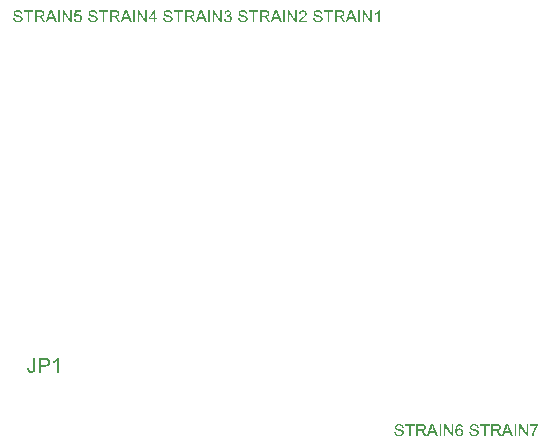
<source format=gbr>
%TF.GenerationSoftware,Altium Limited,Altium Designer,23.10.1 (27)*%
G04 Layer_Color=65535*
%FSLAX45Y45*%
%MOMM*%
%TF.SameCoordinates,CB5246A2-9B06-400F-A9B1-4411E20585CF*%
%TF.FilePolarity,Positive*%
%TF.FileFunction,Legend,Top*%
%TF.Part,Single*%
G01*
G75*
G36*
X5174525Y255649D02*
X5175486D01*
X5176622Y255562D01*
X5177932Y255474D01*
X5179331Y255300D01*
X5180816Y255125D01*
X5182389Y254863D01*
X5185709Y254164D01*
X5189117Y253290D01*
X5192437Y252067D01*
X5192524D01*
X5192786Y251892D01*
X5193223Y251717D01*
X5193835Y251368D01*
X5194534Y251018D01*
X5195408Y250581D01*
X5196281Y250057D01*
X5197330Y249358D01*
X5199427Y247873D01*
X5201611Y246038D01*
X5203708Y243941D01*
X5204757Y242718D01*
X5205631Y241407D01*
X5205718Y241320D01*
X5205805Y241057D01*
X5206068Y240708D01*
X5206330Y240184D01*
X5206679Y239485D01*
X5207116Y238698D01*
X5207553Y237825D01*
X5207990Y236776D01*
X5208427Y235727D01*
X5208864Y234504D01*
X5209300Y233194D01*
X5209650Y231796D01*
X5210262Y228825D01*
X5210524Y227252D01*
X5210611Y225592D01*
X5197854Y224631D01*
Y224718D01*
X5197767Y225068D01*
X5197679Y225505D01*
X5197592Y226204D01*
X5197417Y226990D01*
X5197243Y227864D01*
X5196893Y228912D01*
X5196544Y230048D01*
X5195670Y232320D01*
X5195058Y233543D01*
X5194447Y234766D01*
X5193660Y235902D01*
X5192786Y237038D01*
X5191825Y238087D01*
X5190777Y239048D01*
X5190689Y239135D01*
X5190515Y239223D01*
X5190165Y239485D01*
X5189641Y239834D01*
X5189029Y240184D01*
X5188330Y240621D01*
X5187369Y241057D01*
X5186321Y241494D01*
X5185185Y241931D01*
X5183874Y242368D01*
X5182476Y242805D01*
X5180903Y243154D01*
X5179156Y243504D01*
X5177321Y243766D01*
X5175311Y243853D01*
X5173214Y243941D01*
X5172078D01*
X5171205Y243853D01*
X5170243Y243766D01*
X5169108Y243679D01*
X5167797Y243591D01*
X5166486Y243417D01*
X5163515Y242892D01*
X5160632Y242106D01*
X5159234Y241582D01*
X5157836Y240970D01*
X5156613Y240271D01*
X5155477Y239485D01*
X5155389Y239397D01*
X5155215Y239310D01*
X5154953Y239048D01*
X5154603Y238698D01*
X5154166Y238261D01*
X5153729Y237737D01*
X5152768Y236514D01*
X5151720Y234941D01*
X5150846Y233106D01*
X5150496Y232058D01*
X5150234Y231009D01*
X5150060Y229873D01*
X5149972Y228737D01*
Y228650D01*
Y228475D01*
Y228213D01*
X5150060Y227864D01*
X5150147Y226815D01*
X5150496Y225592D01*
X5150933Y224194D01*
X5151632Y222708D01*
X5152593Y221223D01*
X5153205Y220524D01*
X5153904Y219825D01*
X5153991D01*
X5154079Y219650D01*
X5154341Y219476D01*
X5154778Y219213D01*
X5155302Y218864D01*
X5156001Y218514D01*
X5156875Y218078D01*
X5157836Y217641D01*
X5159059Y217116D01*
X5160545Y216505D01*
X5162117Y215981D01*
X5164040Y215369D01*
X5166137Y214670D01*
X5168496Y214058D01*
X5171117Y213359D01*
X5174001Y212660D01*
X5174175D01*
X5174700Y212485D01*
X5175573Y212311D01*
X5176622Y212049D01*
X5178020Y211699D01*
X5179505Y211350D01*
X5181165Y210913D01*
X5182913Y210476D01*
X5186670Y209515D01*
X5190340Y208466D01*
X5192087Y207855D01*
X5193748Y207330D01*
X5195233Y206806D01*
X5196456Y206282D01*
X5196544Y206194D01*
X5196806Y206107D01*
X5197330Y205845D01*
X5197854Y205583D01*
X5198641Y205146D01*
X5199427Y204622D01*
X5200388Y204097D01*
X5201349Y203486D01*
X5203446Y202000D01*
X5205631Y200165D01*
X5207640Y198156D01*
X5208514Y197107D01*
X5209388Y195971D01*
X5209475Y195884D01*
X5209563Y195709D01*
X5209825Y195360D01*
X5210087Y194836D01*
X5210349Y194311D01*
X5210786Y193612D01*
X5211135Y192739D01*
X5211572Y191865D01*
X5211922Y190816D01*
X5212359Y189768D01*
X5212970Y187321D01*
X5213495Y184613D01*
X5213582Y183127D01*
X5213669Y181642D01*
Y181554D01*
Y181292D01*
Y180855D01*
X5213582Y180244D01*
X5213495Y179545D01*
X5213407Y178758D01*
X5213320Y177797D01*
X5213058Y176749D01*
X5212533Y174390D01*
X5211747Y171856D01*
X5211223Y170545D01*
X5210611Y169234D01*
X5209825Y167836D01*
X5209038Y166526D01*
X5208951Y166438D01*
X5208864Y166176D01*
X5208514Y165827D01*
X5208165Y165390D01*
X5207728Y164778D01*
X5207116Y164079D01*
X5206417Y163293D01*
X5205631Y162506D01*
X5204757Y161633D01*
X5203796Y160759D01*
X5202660Y159798D01*
X5201524Y158924D01*
X5200213Y157963D01*
X5198815Y157089D01*
X5197330Y156303D01*
X5195757Y155516D01*
X5195670D01*
X5195408Y155342D01*
X5194883Y155167D01*
X5194272Y154905D01*
X5193398Y154643D01*
X5192437Y154293D01*
X5191301Y153944D01*
X5190078Y153594D01*
X5188680Y153157D01*
X5187194Y152808D01*
X5185622Y152458D01*
X5183961Y152196D01*
X5182127Y151934D01*
X5180292Y151759D01*
X5178369Y151672D01*
X5176360Y151584D01*
X5175049D01*
X5174088Y151672D01*
X5172865D01*
X5171554Y151759D01*
X5169981Y151934D01*
X5168321Y152109D01*
X5166574Y152283D01*
X5164739Y152546D01*
X5160894Y153245D01*
X5157050Y154206D01*
X5155127Y154817D01*
X5153380Y155516D01*
X5153292Y155604D01*
X5152943Y155691D01*
X5152506Y155953D01*
X5151894Y156303D01*
X5151108Y156652D01*
X5150147Y157176D01*
X5149186Y157788D01*
X5148137Y158487D01*
X5146914Y159361D01*
X5145778Y160235D01*
X5144555Y161196D01*
X5143332Y162244D01*
X5142196Y163468D01*
X5140972Y164691D01*
X5139924Y166001D01*
X5138875Y167487D01*
X5138788Y167574D01*
X5138613Y167836D01*
X5138351Y168273D01*
X5138089Y168885D01*
X5137652Y169671D01*
X5137215Y170545D01*
X5136691Y171594D01*
X5136254Y172817D01*
X5135730Y174040D01*
X5135206Y175438D01*
X5134769Y176923D01*
X5134332Y178584D01*
X5133720Y181991D01*
X5133458Y183826D01*
X5133371Y185661D01*
X5145953Y186797D01*
Y186710D01*
X5146040Y186447D01*
Y186098D01*
X5146128Y185574D01*
X5146215Y184875D01*
X5146390Y184176D01*
X5146565Y183302D01*
X5146827Y182428D01*
X5147351Y180418D01*
X5148050Y178321D01*
X5148924Y176224D01*
X5150060Y174302D01*
Y174215D01*
X5150234Y174127D01*
X5150409Y173865D01*
X5150671Y173516D01*
X5151458Y172642D01*
X5152593Y171506D01*
X5153991Y170195D01*
X5155739Y168885D01*
X5157836Y167662D01*
X5160195Y166438D01*
X5160283D01*
X5160545Y166351D01*
X5160894Y166176D01*
X5161418Y166001D01*
X5162030Y165739D01*
X5162816Y165477D01*
X5163690Y165215D01*
X5164739Y164953D01*
X5165875Y164691D01*
X5167010Y164429D01*
X5169632Y163904D01*
X5172603Y163555D01*
X5175748Y163468D01*
X5177059D01*
X5177670Y163555D01*
X5178457D01*
X5179331Y163642D01*
X5180292Y163730D01*
X5182389Y163992D01*
X5184660Y164429D01*
X5186932Y164953D01*
X5189204Y165739D01*
X5189291D01*
X5189466Y165827D01*
X5189728Y166001D01*
X5190165Y166176D01*
X5191214Y166700D01*
X5192524Y167399D01*
X5193922Y168273D01*
X5195320Y169322D01*
X5196718Y170545D01*
X5197942Y171943D01*
Y172030D01*
X5198029Y172118D01*
X5198378Y172642D01*
X5198815Y173428D01*
X5199427Y174477D01*
X5199951Y175788D01*
X5200388Y177273D01*
X5200738Y178846D01*
X5200825Y180593D01*
Y180681D01*
Y180768D01*
Y181030D01*
Y181380D01*
X5200650Y182253D01*
X5200476Y183389D01*
X5200126Y184700D01*
X5199689Y186011D01*
X5198990Y187496D01*
X5198029Y188807D01*
X5197942Y188981D01*
X5197505Y189418D01*
X5196806Y190030D01*
X5195845Y190904D01*
X5194621Y191865D01*
X5193049Y192826D01*
X5191126Y193787D01*
X5188942Y194748D01*
X5188854D01*
X5188767Y194836D01*
X5188505Y194923D01*
X5188068Y195010D01*
X5187544Y195185D01*
X5186932Y195447D01*
X5186146Y195709D01*
X5185185Y195971D01*
X5184049Y196234D01*
X5182738Y196670D01*
X5181253Y197020D01*
X5179593Y197457D01*
X5177758Y197981D01*
X5175661Y198505D01*
X5173389Y199030D01*
X5170855Y199641D01*
X5170680D01*
X5170243Y199816D01*
X5169544Y199991D01*
X5168583Y200253D01*
X5167447Y200515D01*
X5166137Y200864D01*
X5164739Y201301D01*
X5163253Y201738D01*
X5160020Y202699D01*
X5156788Y203748D01*
X5155215Y204272D01*
X5153817Y204796D01*
X5152506Y205408D01*
X5151370Y205932D01*
X5151283Y206020D01*
X5151021Y206107D01*
X5150671Y206369D01*
X5150234Y206631D01*
X5149623Y206981D01*
X5148924Y207418D01*
X5147351Y208554D01*
X5145603Y209952D01*
X5143856Y211524D01*
X5142108Y213359D01*
X5140623Y215369D01*
Y215456D01*
X5140448Y215631D01*
X5140273Y215893D01*
X5140099Y216330D01*
X5139837Y216854D01*
X5139487Y217466D01*
X5139225Y218252D01*
X5138875Y219039D01*
X5138264Y220874D01*
X5137652Y222971D01*
X5137303Y225330D01*
X5137128Y227864D01*
Y227951D01*
Y228213D01*
Y228650D01*
X5137215Y229174D01*
X5137303Y229873D01*
X5137390Y230660D01*
X5137477Y231533D01*
X5137652Y232582D01*
X5138176Y234766D01*
X5138963Y237126D01*
X5139400Y238436D01*
X5140011Y239659D01*
X5140623Y240970D01*
X5141409Y242193D01*
X5141497Y242281D01*
X5141584Y242455D01*
X5141846Y242805D01*
X5142196Y243329D01*
X5142720Y243853D01*
X5143244Y244465D01*
X5143856Y245164D01*
X5144642Y245950D01*
X5145516Y246737D01*
X5146390Y247611D01*
X5147438Y248397D01*
X5148574Y249271D01*
X5149797Y250057D01*
X5151195Y250844D01*
X5152593Y251543D01*
X5154079Y252242D01*
X5154166D01*
X5154428Y252416D01*
X5154953Y252591D01*
X5155564Y252766D01*
X5156351Y253028D01*
X5157312Y253377D01*
X5158360Y253640D01*
X5159584Y253989D01*
X5160894Y254339D01*
X5162292Y254601D01*
X5163778Y254950D01*
X5165438Y255212D01*
X5168933Y255562D01*
X5172603Y255737D01*
X5173738D01*
X5174525Y255649D01*
D02*
G37*
G36*
X5631763Y153245D02*
X5618045D01*
X5565183Y232320D01*
Y153245D01*
X5552426D01*
Y253989D01*
X5566057D01*
X5619007Y174826D01*
Y253989D01*
X5631763D01*
Y153245D01*
D02*
G37*
G36*
X5715208Y242980D02*
X5715120Y242892D01*
X5714771Y242543D01*
X5714246Y241931D01*
X5713547Y241145D01*
X5712674Y240096D01*
X5711625Y238873D01*
X5710489Y237388D01*
X5709179Y235727D01*
X5707781Y233893D01*
X5706295Y231883D01*
X5704722Y229611D01*
X5703062Y227165D01*
X5701315Y224631D01*
X5699567Y221835D01*
X5697820Y218864D01*
X5696072Y215806D01*
Y215718D01*
X5695985Y215631D01*
X5695810Y215369D01*
X5695635Y215019D01*
X5695461Y214670D01*
X5695198Y214146D01*
X5694499Y212922D01*
X5693713Y211350D01*
X5692839Y209515D01*
X5691791Y207418D01*
X5690742Y205059D01*
X5689519Y202525D01*
X5688383Y199816D01*
X5687160Y196933D01*
X5685937Y193874D01*
X5684713Y190729D01*
X5683577Y187496D01*
X5682529Y184176D01*
X5681480Y180855D01*
Y180681D01*
X5681306Y180331D01*
X5681131Y179632D01*
X5680869Y178671D01*
X5680607Y177448D01*
X5680257Y176050D01*
X5679908Y174477D01*
X5679471Y172729D01*
X5679121Y170720D01*
X5678684Y168623D01*
X5678247Y166351D01*
X5677898Y163904D01*
X5677548Y161371D01*
X5677286Y158749D01*
X5676762Y153245D01*
X5664005D01*
Y153419D01*
Y153769D01*
X5664093Y154468D01*
Y155342D01*
X5664180Y156477D01*
X5664267Y157875D01*
X5664442Y159448D01*
X5664617Y161283D01*
X5664879Y163293D01*
X5665228Y165477D01*
X5665578Y167836D01*
X5666015Y170370D01*
X5666539Y172992D01*
X5667151Y175875D01*
X5667850Y178846D01*
X5668636Y181904D01*
Y181991D01*
X5668723Y182079D01*
Y182341D01*
X5668811Y182690D01*
X5669073Y183564D01*
X5669510Y184787D01*
X5669947Y186273D01*
X5670471Y188108D01*
X5671170Y190117D01*
X5671956Y192302D01*
X5672743Y194661D01*
X5673704Y197282D01*
X5674752Y199903D01*
X5675976Y202699D01*
X5677199Y205583D01*
X5678510Y208554D01*
X5679995Y211437D01*
X5681480Y214408D01*
Y214495D01*
X5681568Y214583D01*
X5681830Y215107D01*
X5682354Y215893D01*
X5682966Y217029D01*
X5683752Y218340D01*
X5684626Y219912D01*
X5685674Y221660D01*
X5686898Y223582D01*
X5688121Y225592D01*
X5689519Y227689D01*
X5691004Y229873D01*
X5692577Y232145D01*
X5695810Y236601D01*
X5697558Y238698D01*
X5699305Y240795D01*
X5649938D01*
Y252678D01*
X5715208D01*
Y242980D01*
D02*
G37*
G36*
X5529009Y153245D02*
X5515641D01*
Y253989D01*
X5529009D01*
Y153245D01*
D02*
G37*
G36*
X5502622D02*
X5487506D01*
X5475885Y183739D01*
X5433507D01*
X5422585Y153245D01*
X5408518D01*
X5447138Y253989D01*
X5461468D01*
X5502622Y153245D01*
D02*
G37*
G36*
X5366053Y253902D02*
X5367364Y253814D01*
X5368762Y253727D01*
X5370334Y253640D01*
X5373655Y253290D01*
X5377062Y252853D01*
X5378723Y252504D01*
X5380295Y252154D01*
X5381781Y251717D01*
X5383179Y251193D01*
X5383266D01*
X5383528Y251106D01*
X5383878Y250931D01*
X5384315Y250669D01*
X5384926Y250319D01*
X5385625Y249970D01*
X5387198Y249009D01*
X5388946Y247698D01*
X5389907Y246912D01*
X5390868Y246038D01*
X5391742Y245077D01*
X5392703Y243941D01*
X5393576Y242805D01*
X5394363Y241582D01*
X5394450Y241494D01*
X5394538Y241232D01*
X5394712Y240883D01*
X5395062Y240358D01*
X5395324Y239747D01*
X5395673Y238960D01*
X5396110Y238087D01*
X5396460Y237126D01*
X5396897Y236077D01*
X5397246Y234941D01*
X5397945Y232320D01*
X5398382Y229524D01*
X5398470Y228038D01*
X5398557Y226466D01*
Y226378D01*
Y226029D01*
Y225417D01*
X5398470Y224718D01*
X5398382Y223757D01*
X5398207Y222708D01*
X5397945Y221485D01*
X5397683Y220175D01*
X5397334Y218864D01*
X5396897Y217379D01*
X5396285Y215893D01*
X5395586Y214320D01*
X5394800Y212835D01*
X5393839Y211262D01*
X5392790Y209777D01*
X5391567Y208379D01*
X5391479Y208291D01*
X5391217Y208029D01*
X5390868Y207680D01*
X5390256Y207243D01*
X5389557Y206631D01*
X5388596Y205932D01*
X5387548Y205233D01*
X5386324Y204447D01*
X5384926Y203661D01*
X5383353Y202874D01*
X5381519Y202088D01*
X5379596Y201389D01*
X5377499Y200690D01*
X5375228Y200078D01*
X5372781Y199554D01*
X5370160Y199117D01*
X5370247D01*
X5370422Y199030D01*
X5370684Y198855D01*
X5371033Y198680D01*
X5371995Y198156D01*
X5373130Y197544D01*
X5374441Y196758D01*
X5375839Y195884D01*
X5377062Y195010D01*
X5378198Y194049D01*
X5378286Y193962D01*
X5378460Y193787D01*
X5378810Y193525D01*
X5379159Y193088D01*
X5379684Y192564D01*
X5380295Y191952D01*
X5380994Y191253D01*
X5381781Y190379D01*
X5382567Y189418D01*
X5383441Y188457D01*
X5385276Y186185D01*
X5387285Y183564D01*
X5389208Y180681D01*
X5406683Y153245D01*
X5389994D01*
X5376713Y174215D01*
X5376626Y174302D01*
X5376451Y174652D01*
X5376189Y175089D01*
X5375752Y175700D01*
X5375228Y176487D01*
X5374703Y177360D01*
X5374004Y178321D01*
X5373305Y179283D01*
X5371820Y181554D01*
X5370160Y183826D01*
X5368587Y186011D01*
X5367801Y187059D01*
X5367102Y188020D01*
Y188108D01*
X5366927Y188195D01*
X5366752Y188457D01*
X5366490Y188807D01*
X5365791Y189680D01*
X5364830Y190729D01*
X5363781Y191777D01*
X5362645Y192913D01*
X5361422Y193962D01*
X5360286Y194748D01*
X5360199Y194836D01*
X5359762Y195098D01*
X5359150Y195360D01*
X5358451Y195797D01*
X5357490Y196234D01*
X5356529Y196670D01*
X5355393Y197107D01*
X5354257Y197457D01*
X5354170D01*
X5353820Y197544D01*
X5353296Y197632D01*
X5352510Y197719D01*
X5351461Y197806D01*
X5350151Y197894D01*
X5348665Y197981D01*
X5331452D01*
Y153245D01*
X5318084D01*
Y253989D01*
X5364917D01*
X5366053Y253902D01*
D02*
G37*
G36*
X5304278Y242106D02*
X5270901D01*
Y153245D01*
X5257532D01*
Y242106D01*
X5224329D01*
Y253989D01*
X5304278D01*
Y242106D01*
D02*
G37*
G36*
X5051810Y254251D02*
X5052771Y254164D01*
X5053995Y253989D01*
X5055305Y253814D01*
X5056703Y253465D01*
X5058189Y253115D01*
X5059762Y252678D01*
X5061422Y252154D01*
X5062994Y251543D01*
X5064655Y250756D01*
X5066227Y249795D01*
X5067800Y248834D01*
X5069286Y247611D01*
X5069373Y247523D01*
X5069635Y247349D01*
X5069985Y246912D01*
X5070509Y246387D01*
X5071120Y245688D01*
X5071819Y244902D01*
X5072518Y243941D01*
X5073305Y242805D01*
X5074091Y241582D01*
X5074878Y240184D01*
X5075664Y238698D01*
X5076363Y237038D01*
X5077062Y235291D01*
X5077586Y233456D01*
X5078110Y231359D01*
X5078460Y229262D01*
X5066140Y228301D01*
Y228388D01*
X5066053Y228650D01*
X5065965Y229000D01*
X5065878Y229524D01*
X5065703Y230048D01*
X5065441Y230747D01*
X5064917Y232320D01*
X5064218Y234067D01*
X5063431Y235815D01*
X5062470Y237475D01*
X5061946Y238174D01*
X5061422Y238873D01*
X5061334Y238960D01*
X5061160Y239135D01*
X5060897Y239397D01*
X5060548Y239747D01*
X5060024Y240096D01*
X5059412Y240533D01*
X5058713Y241057D01*
X5058014Y241582D01*
X5056179Y242543D01*
X5054082Y243417D01*
X5052859Y243679D01*
X5051636Y243941D01*
X5050325Y244116D01*
X5049014Y244203D01*
X5048403D01*
X5048053Y244116D01*
X5047529D01*
X5046917Y244028D01*
X5045519Y243766D01*
X5043859Y243417D01*
X5042112Y242805D01*
X5040364Y242019D01*
X5038617Y240883D01*
X5038529Y240795D01*
X5038354Y240708D01*
X5038092Y240446D01*
X5037655Y240096D01*
X5037131Y239659D01*
X5036607Y239135D01*
X5035995Y238436D01*
X5035296Y237737D01*
X5034510Y236863D01*
X5033811Y235990D01*
X5033024Y234941D01*
X5032238Y233805D01*
X5031452Y232582D01*
X5030753Y231271D01*
X5030054Y229873D01*
X5029355Y228388D01*
Y228301D01*
X5029180Y228038D01*
X5029093Y227514D01*
X5028830Y226903D01*
X5028568Y226029D01*
X5028306Y224980D01*
X5027957Y223844D01*
X5027695Y222446D01*
X5027345Y220874D01*
X5027083Y219126D01*
X5026821Y217204D01*
X5026559Y215194D01*
X5026297Y212922D01*
X5026122Y210476D01*
X5026034Y207942D01*
X5025947Y205146D01*
X5026034Y205233D01*
X5026122Y205408D01*
X5026384Y205758D01*
X5026733Y206282D01*
X5027170Y206806D01*
X5027695Y207505D01*
X5029005Y208990D01*
X5030578Y210651D01*
X5032413Y212311D01*
X5034510Y213883D01*
X5036869Y215282D01*
X5036956D01*
X5037131Y215456D01*
X5037481Y215631D01*
X5038005Y215806D01*
X5038617Y216068D01*
X5039316Y216330D01*
X5040102Y216592D01*
X5040976Y216942D01*
X5042985Y217553D01*
X5045344Y218078D01*
X5047791Y218427D01*
X5050412Y218602D01*
X5050937D01*
X5051636Y218514D01*
X5052509Y218427D01*
X5053558Y218340D01*
X5054781Y218078D01*
X5056179Y217815D01*
X5057665Y217466D01*
X5059237Y216942D01*
X5060985Y216330D01*
X5062732Y215631D01*
X5064480Y214757D01*
X5066315Y213709D01*
X5068062Y212485D01*
X5069810Y211087D01*
X5071470Y209427D01*
X5071557Y209340D01*
X5071819Y208990D01*
X5072256Y208466D01*
X5072868Y207767D01*
X5073480Y206893D01*
X5074266Y205758D01*
X5075052Y204534D01*
X5075839Y203049D01*
X5076625Y201476D01*
X5077411Y199729D01*
X5078198Y197806D01*
X5078810Y195709D01*
X5079421Y193438D01*
X5079858Y191078D01*
X5080120Y188544D01*
X5080208Y185923D01*
Y185836D01*
Y185486D01*
Y184962D01*
X5080120Y184350D01*
Y183477D01*
X5080033Y182516D01*
X5079858Y181380D01*
X5079683Y180156D01*
X5079509Y178846D01*
X5079246Y177448D01*
X5078460Y174564D01*
X5077499Y171419D01*
X5076800Y169933D01*
X5076101Y168361D01*
X5076013Y168273D01*
X5075926Y168011D01*
X5075664Y167574D01*
X5075314Y167050D01*
X5074965Y166351D01*
X5074441Y165565D01*
X5073130Y163730D01*
X5071557Y161720D01*
X5069635Y159623D01*
X5067363Y157701D01*
X5066140Y156740D01*
X5064829Y155866D01*
X5064742Y155778D01*
X5064480Y155691D01*
X5064130Y155516D01*
X5063606Y155167D01*
X5062907Y154905D01*
X5062121Y154555D01*
X5061160Y154118D01*
X5060111Y153769D01*
X5058975Y153332D01*
X5057752Y152982D01*
X5056354Y152546D01*
X5054956Y152283D01*
X5051898Y151759D01*
X5050238Y151672D01*
X5048577Y151584D01*
X5047878D01*
X5047092Y151672D01*
X5046044Y151759D01*
X5044733Y151934D01*
X5043160Y152196D01*
X5041500Y152546D01*
X5039665Y152982D01*
X5037655Y153594D01*
X5035646Y154380D01*
X5033549Y155254D01*
X5031364Y156390D01*
X5029267Y157701D01*
X5027258Y159186D01*
X5025248Y160934D01*
X5023326Y162943D01*
X5023238Y163118D01*
X5022889Y163468D01*
X5022452Y164167D01*
X5021840Y165128D01*
X5021054Y166351D01*
X5020268Y167924D01*
X5019394Y169759D01*
X5018520Y171856D01*
X5017559Y174302D01*
X5016685Y177098D01*
X5015899Y180156D01*
X5015112Y183477D01*
X5014501Y187234D01*
X5014064Y191253D01*
X5013714Y195622D01*
X5013627Y200340D01*
Y200428D01*
Y200690D01*
Y201039D01*
Y201651D01*
X5013714Y202350D01*
Y203136D01*
Y204097D01*
X5013802Y205146D01*
X5013889Y206282D01*
X5013977Y207505D01*
X5014064Y208816D01*
X5014239Y210301D01*
X5014501Y213359D01*
X5014938Y216592D01*
X5015549Y220000D01*
X5016248Y223495D01*
X5017122Y227077D01*
X5018171Y230572D01*
X5019394Y233980D01*
X5020792Y237213D01*
X5022452Y240184D01*
X5023413Y241494D01*
X5024374Y242805D01*
X5024462Y242980D01*
X5024811Y243329D01*
X5025335Y243853D01*
X5026122Y244640D01*
X5027083Y245514D01*
X5028219Y246475D01*
X5029529Y247523D01*
X5031102Y248572D01*
X5032850Y249620D01*
X5034772Y250669D01*
X5036782Y251630D01*
X5039053Y252504D01*
X5041500Y253290D01*
X5044121Y253814D01*
X5046917Y254251D01*
X5049801Y254339D01*
X5050937D01*
X5051810Y254251D01*
D02*
G37*
G36*
X4539525Y255649D02*
X4540486D01*
X4541622Y255562D01*
X4542932Y255474D01*
X4544331Y255300D01*
X4545816Y255125D01*
X4547389Y254863D01*
X4550709Y254164D01*
X4554117Y253290D01*
X4557437Y252067D01*
X4557524D01*
X4557786Y251892D01*
X4558223Y251717D01*
X4558835Y251368D01*
X4559534Y251018D01*
X4560408Y250581D01*
X4561281Y250057D01*
X4562330Y249358D01*
X4564427Y247873D01*
X4566611Y246038D01*
X4568708Y243941D01*
X4569757Y242718D01*
X4570631Y241407D01*
X4570718Y241320D01*
X4570805Y241057D01*
X4571068Y240708D01*
X4571330Y240184D01*
X4571679Y239485D01*
X4572116Y238698D01*
X4572553Y237825D01*
X4572990Y236776D01*
X4573427Y235727D01*
X4573864Y234504D01*
X4574300Y233194D01*
X4574650Y231796D01*
X4575262Y228825D01*
X4575524Y227252D01*
X4575611Y225592D01*
X4562854Y224631D01*
Y224718D01*
X4562767Y225068D01*
X4562679Y225505D01*
X4562592Y226204D01*
X4562417Y226990D01*
X4562243Y227864D01*
X4561893Y228912D01*
X4561544Y230048D01*
X4560670Y232320D01*
X4560058Y233543D01*
X4559447Y234766D01*
X4558660Y235902D01*
X4557786Y237038D01*
X4556825Y238087D01*
X4555777Y239048D01*
X4555689Y239135D01*
X4555515Y239223D01*
X4555165Y239485D01*
X4554641Y239834D01*
X4554029Y240184D01*
X4553330Y240621D01*
X4552369Y241057D01*
X4551321Y241494D01*
X4550185Y241931D01*
X4548874Y242368D01*
X4547476Y242805D01*
X4545903Y243154D01*
X4544156Y243504D01*
X4542321Y243766D01*
X4540311Y243853D01*
X4538214Y243941D01*
X4537078D01*
X4536205Y243853D01*
X4535243Y243766D01*
X4534108Y243679D01*
X4532797Y243591D01*
X4531486Y243417D01*
X4528515Y242892D01*
X4525632Y242106D01*
X4524234Y241582D01*
X4522836Y240970D01*
X4521613Y240271D01*
X4520477Y239485D01*
X4520389Y239397D01*
X4520215Y239310D01*
X4519953Y239048D01*
X4519603Y238698D01*
X4519166Y238261D01*
X4518729Y237737D01*
X4517768Y236514D01*
X4516720Y234941D01*
X4515846Y233106D01*
X4515496Y232058D01*
X4515234Y231009D01*
X4515060Y229873D01*
X4514972Y228737D01*
Y228650D01*
Y228475D01*
Y228213D01*
X4515060Y227864D01*
X4515147Y226815D01*
X4515496Y225592D01*
X4515933Y224194D01*
X4516632Y222708D01*
X4517593Y221223D01*
X4518205Y220524D01*
X4518904Y219825D01*
X4518991D01*
X4519079Y219650D01*
X4519341Y219476D01*
X4519778Y219213D01*
X4520302Y218864D01*
X4521001Y218514D01*
X4521875Y218078D01*
X4522836Y217641D01*
X4524059Y217116D01*
X4525545Y216505D01*
X4527117Y215981D01*
X4529040Y215369D01*
X4531137Y214670D01*
X4533496Y214058D01*
X4536117Y213359D01*
X4539001Y212660D01*
X4539175D01*
X4539700Y212485D01*
X4540573Y212311D01*
X4541622Y212049D01*
X4543020Y211699D01*
X4544505Y211350D01*
X4546165Y210913D01*
X4547913Y210476D01*
X4551670Y209515D01*
X4555340Y208466D01*
X4557087Y207855D01*
X4558748Y207330D01*
X4560233Y206806D01*
X4561456Y206282D01*
X4561544Y206194D01*
X4561806Y206107D01*
X4562330Y205845D01*
X4562854Y205583D01*
X4563641Y205146D01*
X4564427Y204622D01*
X4565388Y204097D01*
X4566349Y203486D01*
X4568446Y202000D01*
X4570631Y200165D01*
X4572640Y198156D01*
X4573514Y197107D01*
X4574388Y195971D01*
X4574475Y195884D01*
X4574563Y195709D01*
X4574825Y195360D01*
X4575087Y194836D01*
X4575349Y194311D01*
X4575786Y193612D01*
X4576135Y192739D01*
X4576572Y191865D01*
X4576922Y190816D01*
X4577359Y189768D01*
X4577970Y187321D01*
X4578495Y184613D01*
X4578582Y183127D01*
X4578669Y181642D01*
Y181554D01*
Y181292D01*
Y180855D01*
X4578582Y180244D01*
X4578495Y179545D01*
X4578407Y178758D01*
X4578320Y177797D01*
X4578058Y176749D01*
X4577533Y174390D01*
X4576747Y171856D01*
X4576223Y170545D01*
X4575611Y169234D01*
X4574825Y167836D01*
X4574038Y166526D01*
X4573951Y166438D01*
X4573864Y166176D01*
X4573514Y165827D01*
X4573165Y165390D01*
X4572728Y164778D01*
X4572116Y164079D01*
X4571417Y163293D01*
X4570631Y162506D01*
X4569757Y161633D01*
X4568796Y160759D01*
X4567660Y159798D01*
X4566524Y158924D01*
X4565213Y157963D01*
X4563815Y157089D01*
X4562330Y156303D01*
X4560757Y155516D01*
X4560670D01*
X4560408Y155342D01*
X4559883Y155167D01*
X4559272Y154905D01*
X4558398Y154643D01*
X4557437Y154293D01*
X4556301Y153944D01*
X4555078Y153594D01*
X4553680Y153157D01*
X4552194Y152808D01*
X4550622Y152458D01*
X4548961Y152196D01*
X4547127Y151934D01*
X4545292Y151759D01*
X4543369Y151672D01*
X4541360Y151584D01*
X4540049D01*
X4539088Y151672D01*
X4537865D01*
X4536554Y151759D01*
X4534981Y151934D01*
X4533321Y152109D01*
X4531574Y152283D01*
X4529739Y152546D01*
X4525894Y153245D01*
X4522050Y154206D01*
X4520127Y154817D01*
X4518380Y155516D01*
X4518292Y155604D01*
X4517943Y155691D01*
X4517506Y155953D01*
X4516894Y156303D01*
X4516108Y156652D01*
X4515147Y157176D01*
X4514186Y157788D01*
X4513137Y158487D01*
X4511914Y159361D01*
X4510778Y160235D01*
X4509555Y161196D01*
X4508332Y162244D01*
X4507196Y163468D01*
X4505972Y164691D01*
X4504924Y166001D01*
X4503875Y167487D01*
X4503788Y167574D01*
X4503613Y167836D01*
X4503351Y168273D01*
X4503089Y168885D01*
X4502652Y169671D01*
X4502215Y170545D01*
X4501691Y171594D01*
X4501254Y172817D01*
X4500730Y174040D01*
X4500206Y175438D01*
X4499769Y176923D01*
X4499332Y178584D01*
X4498720Y181991D01*
X4498458Y183826D01*
X4498371Y185661D01*
X4510953Y186797D01*
Y186710D01*
X4511040Y186447D01*
Y186098D01*
X4511128Y185574D01*
X4511215Y184875D01*
X4511390Y184176D01*
X4511565Y183302D01*
X4511827Y182428D01*
X4512351Y180418D01*
X4513050Y178321D01*
X4513924Y176224D01*
X4515060Y174302D01*
Y174215D01*
X4515234Y174127D01*
X4515409Y173865D01*
X4515671Y173516D01*
X4516458Y172642D01*
X4517593Y171506D01*
X4518991Y170195D01*
X4520739Y168885D01*
X4522836Y167662D01*
X4525195Y166438D01*
X4525283D01*
X4525545Y166351D01*
X4525894Y166176D01*
X4526418Y166001D01*
X4527030Y165739D01*
X4527816Y165477D01*
X4528690Y165215D01*
X4529739Y164953D01*
X4530875Y164691D01*
X4532010Y164429D01*
X4534632Y163904D01*
X4537603Y163555D01*
X4540748Y163468D01*
X4542059D01*
X4542670Y163555D01*
X4543457D01*
X4544331Y163642D01*
X4545292Y163730D01*
X4547389Y163992D01*
X4549660Y164429D01*
X4551932Y164953D01*
X4554204Y165739D01*
X4554291D01*
X4554466Y165827D01*
X4554728Y166001D01*
X4555165Y166176D01*
X4556214Y166700D01*
X4557524Y167399D01*
X4558922Y168273D01*
X4560320Y169322D01*
X4561718Y170545D01*
X4562942Y171943D01*
Y172030D01*
X4563029Y172118D01*
X4563378Y172642D01*
X4563815Y173428D01*
X4564427Y174477D01*
X4564951Y175788D01*
X4565388Y177273D01*
X4565738Y178846D01*
X4565825Y180593D01*
Y180681D01*
Y180768D01*
Y181030D01*
Y181380D01*
X4565650Y182253D01*
X4565476Y183389D01*
X4565126Y184700D01*
X4564689Y186011D01*
X4563990Y187496D01*
X4563029Y188807D01*
X4562942Y188981D01*
X4562505Y189418D01*
X4561806Y190030D01*
X4560845Y190904D01*
X4559621Y191865D01*
X4558049Y192826D01*
X4556126Y193787D01*
X4553942Y194748D01*
X4553854D01*
X4553767Y194836D01*
X4553505Y194923D01*
X4553068Y195010D01*
X4552544Y195185D01*
X4551932Y195447D01*
X4551146Y195709D01*
X4550185Y195971D01*
X4549049Y196234D01*
X4547738Y196670D01*
X4546253Y197020D01*
X4544593Y197457D01*
X4542758Y197981D01*
X4540661Y198505D01*
X4538389Y199030D01*
X4535855Y199641D01*
X4535680D01*
X4535243Y199816D01*
X4534544Y199991D01*
X4533583Y200253D01*
X4532447Y200515D01*
X4531137Y200864D01*
X4529739Y201301D01*
X4528253Y201738D01*
X4525020Y202699D01*
X4521788Y203748D01*
X4520215Y204272D01*
X4518817Y204796D01*
X4517506Y205408D01*
X4516370Y205932D01*
X4516283Y206020D01*
X4516021Y206107D01*
X4515671Y206369D01*
X4515234Y206631D01*
X4514623Y206981D01*
X4513924Y207418D01*
X4512351Y208554D01*
X4510603Y209952D01*
X4508856Y211524D01*
X4507108Y213359D01*
X4505623Y215369D01*
Y215456D01*
X4505448Y215631D01*
X4505273Y215893D01*
X4505099Y216330D01*
X4504837Y216854D01*
X4504487Y217466D01*
X4504225Y218252D01*
X4503875Y219039D01*
X4503264Y220874D01*
X4502652Y222971D01*
X4502303Y225330D01*
X4502128Y227864D01*
Y227951D01*
Y228213D01*
Y228650D01*
X4502215Y229174D01*
X4502303Y229873D01*
X4502390Y230660D01*
X4502477Y231533D01*
X4502652Y232582D01*
X4503176Y234766D01*
X4503963Y237126D01*
X4504400Y238436D01*
X4505011Y239659D01*
X4505623Y240970D01*
X4506409Y242193D01*
X4506497Y242281D01*
X4506584Y242455D01*
X4506846Y242805D01*
X4507196Y243329D01*
X4507720Y243853D01*
X4508244Y244465D01*
X4508856Y245164D01*
X4509642Y245950D01*
X4510516Y246737D01*
X4511390Y247611D01*
X4512438Y248397D01*
X4513574Y249271D01*
X4514797Y250057D01*
X4516195Y250844D01*
X4517593Y251543D01*
X4519079Y252242D01*
X4519166D01*
X4519428Y252416D01*
X4519953Y252591D01*
X4520564Y252766D01*
X4521351Y253028D01*
X4522312Y253377D01*
X4523360Y253640D01*
X4524584Y253989D01*
X4525894Y254339D01*
X4527292Y254601D01*
X4528778Y254950D01*
X4530438Y255212D01*
X4533933Y255562D01*
X4537603Y255737D01*
X4538738D01*
X4539525Y255649D01*
D02*
G37*
G36*
X4996763Y153245D02*
X4983045D01*
X4930183Y232320D01*
Y153245D01*
X4917426D01*
Y253989D01*
X4931057D01*
X4984007Y174826D01*
Y253989D01*
X4996763D01*
Y153245D01*
D02*
G37*
G36*
X4894009D02*
X4880641D01*
Y253989D01*
X4894009D01*
Y153245D01*
D02*
G37*
G36*
X4867622D02*
X4852506D01*
X4840885Y183739D01*
X4798507D01*
X4787585Y153245D01*
X4773518D01*
X4812138Y253989D01*
X4826468D01*
X4867622Y153245D01*
D02*
G37*
G36*
X4731053Y253902D02*
X4732364Y253814D01*
X4733762Y253727D01*
X4735334Y253640D01*
X4738655Y253290D01*
X4742062Y252853D01*
X4743723Y252504D01*
X4745295Y252154D01*
X4746781Y251717D01*
X4748179Y251193D01*
X4748266D01*
X4748528Y251106D01*
X4748878Y250931D01*
X4749315Y250669D01*
X4749926Y250319D01*
X4750625Y249970D01*
X4752198Y249009D01*
X4753946Y247698D01*
X4754907Y246912D01*
X4755868Y246038D01*
X4756742Y245077D01*
X4757703Y243941D01*
X4758576Y242805D01*
X4759363Y241582D01*
X4759450Y241494D01*
X4759538Y241232D01*
X4759712Y240883D01*
X4760062Y240358D01*
X4760324Y239747D01*
X4760673Y238960D01*
X4761110Y238087D01*
X4761460Y237126D01*
X4761897Y236077D01*
X4762246Y234941D01*
X4762945Y232320D01*
X4763382Y229524D01*
X4763470Y228038D01*
X4763557Y226466D01*
Y226378D01*
Y226029D01*
Y225417D01*
X4763470Y224718D01*
X4763382Y223757D01*
X4763207Y222708D01*
X4762945Y221485D01*
X4762683Y220175D01*
X4762334Y218864D01*
X4761897Y217379D01*
X4761285Y215893D01*
X4760586Y214320D01*
X4759800Y212835D01*
X4758839Y211262D01*
X4757790Y209777D01*
X4756567Y208379D01*
X4756479Y208291D01*
X4756217Y208029D01*
X4755868Y207680D01*
X4755256Y207243D01*
X4754557Y206631D01*
X4753596Y205932D01*
X4752548Y205233D01*
X4751324Y204447D01*
X4749926Y203661D01*
X4748353Y202874D01*
X4746519Y202088D01*
X4744596Y201389D01*
X4742499Y200690D01*
X4740228Y200078D01*
X4737781Y199554D01*
X4735160Y199117D01*
X4735247D01*
X4735422Y199030D01*
X4735684Y198855D01*
X4736033Y198680D01*
X4736995Y198156D01*
X4738130Y197544D01*
X4739441Y196758D01*
X4740839Y195884D01*
X4742062Y195010D01*
X4743198Y194049D01*
X4743286Y193962D01*
X4743460Y193787D01*
X4743810Y193525D01*
X4744159Y193088D01*
X4744684Y192564D01*
X4745295Y191952D01*
X4745994Y191253D01*
X4746781Y190379D01*
X4747567Y189418D01*
X4748441Y188457D01*
X4750276Y186185D01*
X4752285Y183564D01*
X4754208Y180681D01*
X4771683Y153245D01*
X4754994D01*
X4741713Y174215D01*
X4741626Y174302D01*
X4741451Y174652D01*
X4741189Y175089D01*
X4740752Y175700D01*
X4740228Y176487D01*
X4739703Y177360D01*
X4739004Y178321D01*
X4738305Y179283D01*
X4736820Y181554D01*
X4735160Y183826D01*
X4733587Y186011D01*
X4732801Y187059D01*
X4732102Y188020D01*
Y188108D01*
X4731927Y188195D01*
X4731752Y188457D01*
X4731490Y188807D01*
X4730791Y189680D01*
X4729830Y190729D01*
X4728781Y191777D01*
X4727645Y192913D01*
X4726422Y193962D01*
X4725286Y194748D01*
X4725199Y194836D01*
X4724762Y195098D01*
X4724150Y195360D01*
X4723451Y195797D01*
X4722490Y196234D01*
X4721529Y196670D01*
X4720393Y197107D01*
X4719257Y197457D01*
X4719170D01*
X4718820Y197544D01*
X4718296Y197632D01*
X4717510Y197719D01*
X4716461Y197806D01*
X4715151Y197894D01*
X4713665Y197981D01*
X4696452D01*
Y153245D01*
X4683084D01*
Y253989D01*
X4729917D01*
X4731053Y253902D01*
D02*
G37*
G36*
X4669278Y242106D02*
X4635901D01*
Y153245D01*
X4622532D01*
Y242106D01*
X4589329D01*
Y253989D01*
X4669278D01*
Y242106D01*
D02*
G37*
G36*
X1311154Y3760005D02*
X1312115D01*
X1313251Y3759917D01*
X1314562Y3759830D01*
X1315960Y3759655D01*
X1317445Y3759480D01*
X1319018Y3759218D01*
X1322338Y3758519D01*
X1325746Y3757646D01*
X1329066Y3756422D01*
X1329154D01*
X1329416Y3756248D01*
X1329853Y3756073D01*
X1330464Y3755723D01*
X1331163Y3755374D01*
X1332037Y3754937D01*
X1332911Y3754413D01*
X1333959Y3753714D01*
X1336056Y3752228D01*
X1338241Y3750393D01*
X1340338Y3748296D01*
X1341386Y3747073D01*
X1342260Y3745762D01*
X1342347Y3745675D01*
X1342435Y3745413D01*
X1342697Y3745063D01*
X1342959Y3744539D01*
X1343308Y3743840D01*
X1343745Y3743054D01*
X1344182Y3742180D01*
X1344619Y3741131D01*
X1345056Y3740083D01*
X1345493Y3738860D01*
X1345930Y3737549D01*
X1346279Y3736151D01*
X1346891Y3733180D01*
X1347153Y3731607D01*
X1347240Y3729947D01*
X1334483Y3728986D01*
Y3729074D01*
X1334396Y3729423D01*
X1334309Y3729860D01*
X1334221Y3730559D01*
X1334047Y3731345D01*
X1333872Y3732219D01*
X1333522Y3733268D01*
X1333173Y3734404D01*
X1332299Y3736675D01*
X1331687Y3737899D01*
X1331076Y3739122D01*
X1330289Y3740258D01*
X1329416Y3741394D01*
X1328455Y3742442D01*
X1327406Y3743403D01*
X1327319Y3743491D01*
X1327144Y3743578D01*
X1326794Y3743840D01*
X1326270Y3744190D01*
X1325659Y3744539D01*
X1324960Y3744976D01*
X1323998Y3745413D01*
X1322950Y3745850D01*
X1321814Y3746287D01*
X1320503Y3746724D01*
X1319105Y3747160D01*
X1317533Y3747510D01*
X1315785Y3747859D01*
X1313950Y3748122D01*
X1311940Y3748209D01*
X1309843Y3748296D01*
X1308708D01*
X1307834Y3748209D01*
X1306873Y3748122D01*
X1305737Y3748034D01*
X1304426Y3747947D01*
X1303116Y3747772D01*
X1300145Y3747248D01*
X1297261Y3746461D01*
X1295863Y3745937D01*
X1294465Y3745326D01*
X1293242Y3744626D01*
X1292106Y3743840D01*
X1292019Y3743753D01*
X1291844Y3743665D01*
X1291582Y3743403D01*
X1291232Y3743054D01*
X1290795Y3742617D01*
X1290359Y3742093D01*
X1289397Y3740869D01*
X1288349Y3739297D01*
X1287475Y3737462D01*
X1287126Y3736413D01*
X1286864Y3735365D01*
X1286689Y3734229D01*
X1286601Y3733093D01*
Y3733005D01*
Y3732831D01*
Y3732569D01*
X1286689Y3732219D01*
X1286776Y3731171D01*
X1287126Y3729947D01*
X1287563Y3728549D01*
X1288262Y3727064D01*
X1289223Y3725579D01*
X1289834Y3724880D01*
X1290533Y3724181D01*
X1290621D01*
X1290708Y3724006D01*
X1290970Y3723831D01*
X1291407Y3723569D01*
X1291931Y3723219D01*
X1292630Y3722870D01*
X1293504Y3722433D01*
X1294465Y3721996D01*
X1295689Y3721472D01*
X1297174Y3720860D01*
X1298747Y3720336D01*
X1300669Y3719724D01*
X1302766Y3719025D01*
X1305125Y3718414D01*
X1307746Y3717715D01*
X1310630Y3717016D01*
X1310805D01*
X1311329Y3716841D01*
X1312203Y3716666D01*
X1313251Y3716404D01*
X1314649Y3716055D01*
X1316135Y3715705D01*
X1317795Y3715268D01*
X1319542Y3714831D01*
X1323299Y3713870D01*
X1326969Y3712822D01*
X1328717Y3712210D01*
X1330377Y3711686D01*
X1331862Y3711161D01*
X1333085Y3710637D01*
X1333173Y3710550D01*
X1333435Y3710462D01*
X1333959Y3710200D01*
X1334483Y3709938D01*
X1335270Y3709501D01*
X1336056Y3708977D01*
X1337017Y3708453D01*
X1337979Y3707841D01*
X1340076Y3706356D01*
X1342260Y3704521D01*
X1344270Y3702511D01*
X1345143Y3701463D01*
X1346017Y3700327D01*
X1346104Y3700239D01*
X1346192Y3700065D01*
X1346454Y3699715D01*
X1346716Y3699191D01*
X1346978Y3698667D01*
X1347415Y3697968D01*
X1347765Y3697094D01*
X1348202Y3696220D01*
X1348551Y3695172D01*
X1348988Y3694123D01*
X1349600Y3691677D01*
X1350124Y3688968D01*
X1350211Y3687483D01*
X1350299Y3685997D01*
Y3685910D01*
Y3685648D01*
Y3685211D01*
X1350211Y3684599D01*
X1350124Y3683900D01*
X1350036Y3683114D01*
X1349949Y3682153D01*
X1349687Y3681104D01*
X1349163Y3678745D01*
X1348376Y3676211D01*
X1347852Y3674900D01*
X1347240Y3673590D01*
X1346454Y3672192D01*
X1345668Y3670881D01*
X1345580Y3670794D01*
X1345493Y3670532D01*
X1345143Y3670182D01*
X1344794Y3669745D01*
X1344357Y3669134D01*
X1343745Y3668435D01*
X1343046Y3667648D01*
X1342260Y3666862D01*
X1341386Y3665988D01*
X1340425Y3665114D01*
X1339289Y3664153D01*
X1338153Y3663279D01*
X1336843Y3662318D01*
X1335445Y3661445D01*
X1333959Y3660658D01*
X1332386Y3659872D01*
X1332299D01*
X1332037Y3659697D01*
X1331513Y3659522D01*
X1330901Y3659260D01*
X1330027Y3658998D01*
X1329066Y3658649D01*
X1327930Y3658299D01*
X1326707Y3657950D01*
X1325309Y3657513D01*
X1323824Y3657163D01*
X1322251Y3656814D01*
X1320591Y3656551D01*
X1318756Y3656289D01*
X1316921Y3656115D01*
X1314999Y3656027D01*
X1312989Y3655940D01*
X1311678D01*
X1310717Y3656027D01*
X1309494D01*
X1308183Y3656115D01*
X1306611Y3656289D01*
X1304950Y3656464D01*
X1303203Y3656639D01*
X1301368Y3656901D01*
X1297523Y3657600D01*
X1293679Y3658561D01*
X1291757Y3659173D01*
X1290009Y3659872D01*
X1289922Y3659959D01*
X1289572Y3660047D01*
X1289135Y3660309D01*
X1288524Y3660658D01*
X1287737Y3661008D01*
X1286776Y3661532D01*
X1285815Y3662144D01*
X1284767Y3662843D01*
X1283543Y3663716D01*
X1282407Y3664590D01*
X1281184Y3665551D01*
X1279961Y3666600D01*
X1278825Y3667823D01*
X1277602Y3669046D01*
X1276553Y3670357D01*
X1275505Y3671842D01*
X1275417Y3671930D01*
X1275243Y3672192D01*
X1274980Y3672629D01*
X1274718Y3673240D01*
X1274281Y3674027D01*
X1273845Y3674900D01*
X1273320Y3675949D01*
X1272883Y3677172D01*
X1272359Y3678395D01*
X1271835Y3679794D01*
X1271398Y3681279D01*
X1270961Y3682939D01*
X1270350Y3686347D01*
X1270087Y3688182D01*
X1270000Y3690016D01*
X1282582Y3691152D01*
Y3691065D01*
X1282670Y3690803D01*
Y3690453D01*
X1282757Y3689929D01*
X1282844Y3689230D01*
X1283019Y3688531D01*
X1283194Y3687657D01*
X1283456Y3686784D01*
X1283980Y3684774D01*
X1284679Y3682677D01*
X1285553Y3680580D01*
X1286689Y3678658D01*
Y3678570D01*
X1286864Y3678483D01*
X1287038Y3678221D01*
X1287300Y3677871D01*
X1288087Y3676997D01*
X1289223Y3675862D01*
X1290621Y3674551D01*
X1292368Y3673240D01*
X1294465Y3672017D01*
X1296824Y3670794D01*
X1296912D01*
X1297174Y3670706D01*
X1297523Y3670532D01*
X1298048Y3670357D01*
X1298659Y3670095D01*
X1299446Y3669833D01*
X1300319Y3669571D01*
X1301368Y3669308D01*
X1302504Y3669046D01*
X1303640Y3668784D01*
X1306261Y3668260D01*
X1309232Y3667910D01*
X1312377Y3667823D01*
X1313688D01*
X1314300Y3667910D01*
X1315086D01*
X1315960Y3667998D01*
X1316921Y3668085D01*
X1319018Y3668347D01*
X1321290Y3668784D01*
X1323561Y3669308D01*
X1325833Y3670095D01*
X1325921D01*
X1326095Y3670182D01*
X1326358Y3670357D01*
X1326794Y3670532D01*
X1327843Y3671056D01*
X1329154Y3671755D01*
X1330552Y3672629D01*
X1331950Y3673677D01*
X1333348Y3674900D01*
X1334571Y3676298D01*
Y3676386D01*
X1334658Y3676473D01*
X1335008Y3676997D01*
X1335445Y3677784D01*
X1336056Y3678832D01*
X1336581Y3680143D01*
X1337017Y3681628D01*
X1337367Y3683201D01*
X1337454Y3684949D01*
Y3685036D01*
Y3685123D01*
Y3685386D01*
Y3685735D01*
X1337280Y3686609D01*
X1337105Y3687745D01*
X1336755Y3689055D01*
X1336318Y3690366D01*
X1335619Y3691851D01*
X1334658Y3693162D01*
X1334571Y3693337D01*
X1334134Y3693774D01*
X1333435Y3694385D01*
X1332474Y3695259D01*
X1331251Y3696220D01*
X1329678Y3697181D01*
X1327756Y3698142D01*
X1325571Y3699104D01*
X1325484D01*
X1325396Y3699191D01*
X1325134Y3699278D01*
X1324697Y3699366D01*
X1324173Y3699540D01*
X1323561Y3699803D01*
X1322775Y3700065D01*
X1321814Y3700327D01*
X1320678Y3700589D01*
X1319367Y3701026D01*
X1317882Y3701375D01*
X1316222Y3701812D01*
X1314387Y3702337D01*
X1312290Y3702861D01*
X1310018Y3703385D01*
X1307484Y3703997D01*
X1307310D01*
X1306873Y3704171D01*
X1306174Y3704346D01*
X1305213Y3704608D01*
X1304077Y3704870D01*
X1302766Y3705220D01*
X1301368Y3705657D01*
X1299883Y3706094D01*
X1296650Y3707055D01*
X1293417Y3708103D01*
X1291844Y3708628D01*
X1290446Y3709152D01*
X1289135Y3709763D01*
X1287999Y3710288D01*
X1287912Y3710375D01*
X1287650Y3710462D01*
X1287300Y3710725D01*
X1286864Y3710987D01*
X1286252Y3711336D01*
X1285553Y3711773D01*
X1283980Y3712909D01*
X1282233Y3714307D01*
X1280485Y3715880D01*
X1278738Y3717715D01*
X1277252Y3719724D01*
Y3719812D01*
X1277077Y3719986D01*
X1276903Y3720249D01*
X1276728Y3720685D01*
X1276466Y3721210D01*
X1276116Y3721821D01*
X1275854Y3722608D01*
X1275505Y3723394D01*
X1274893Y3725229D01*
X1274281Y3727326D01*
X1273932Y3729685D01*
X1273757Y3732219D01*
Y3732306D01*
Y3732569D01*
Y3733005D01*
X1273845Y3733530D01*
X1273932Y3734229D01*
X1274019Y3735015D01*
X1274107Y3735889D01*
X1274281Y3736937D01*
X1274806Y3739122D01*
X1275592Y3741481D01*
X1276029Y3742792D01*
X1276641Y3744015D01*
X1277252Y3745326D01*
X1278039Y3746549D01*
X1278126Y3746636D01*
X1278213Y3746811D01*
X1278475Y3747160D01*
X1278825Y3747685D01*
X1279349Y3748209D01*
X1279873Y3748821D01*
X1280485Y3749520D01*
X1281272Y3750306D01*
X1282145Y3751092D01*
X1283019Y3751966D01*
X1284068Y3752752D01*
X1285203Y3753626D01*
X1286427Y3754413D01*
X1287825Y3755199D01*
X1289223Y3755898D01*
X1290708Y3756597D01*
X1290795D01*
X1291058Y3756772D01*
X1291582Y3756947D01*
X1292194Y3757121D01*
X1292980Y3757383D01*
X1293941Y3757733D01*
X1294990Y3757995D01*
X1296213Y3758345D01*
X1297523Y3758694D01*
X1298921Y3758956D01*
X1300407Y3759306D01*
X1302067Y3759568D01*
X1305562Y3759917D01*
X1309232Y3760092D01*
X1310368D01*
X1311154Y3760005D01*
D02*
G37*
G36*
X1768393Y3657600D02*
X1754675D01*
X1701812Y3736675D01*
Y3657600D01*
X1689055D01*
Y3758345D01*
X1702686D01*
X1755636Y3679182D01*
Y3758345D01*
X1768393D01*
Y3657600D01*
D02*
G37*
G36*
X1847817Y3745238D02*
X1807537D01*
X1802120Y3718064D01*
X1802207Y3718152D01*
X1802557Y3718326D01*
X1802994Y3718676D01*
X1803693Y3719025D01*
X1804566Y3719550D01*
X1805528Y3720074D01*
X1806663Y3720685D01*
X1807887Y3721297D01*
X1809285Y3721821D01*
X1810770Y3722433D01*
X1812343Y3722957D01*
X1814003Y3723482D01*
X1815750Y3723831D01*
X1817498Y3724181D01*
X1819333Y3724355D01*
X1821168Y3724443D01*
X1821779D01*
X1822478Y3724355D01*
X1823352Y3724268D01*
X1824488Y3724181D01*
X1825799Y3723918D01*
X1827284Y3723656D01*
X1828944Y3723307D01*
X1830604Y3722782D01*
X1832439Y3722171D01*
X1834274Y3721472D01*
X1836109Y3720598D01*
X1838031Y3719550D01*
X1839866Y3718326D01*
X1841701Y3716928D01*
X1843449Y3715268D01*
X1843536Y3715181D01*
X1843886Y3714831D01*
X1844322Y3714307D01*
X1844847Y3713608D01*
X1845546Y3712734D01*
X1846332Y3711598D01*
X1847118Y3710375D01*
X1847992Y3708890D01*
X1848866Y3707317D01*
X1849652Y3705482D01*
X1850439Y3703560D01*
X1851138Y3701463D01*
X1851662Y3699278D01*
X1852186Y3696919D01*
X1852448Y3694385D01*
X1852536Y3691764D01*
Y3691589D01*
Y3691152D01*
X1852448Y3690453D01*
Y3689492D01*
X1852274Y3688269D01*
X1852099Y3686958D01*
X1851837Y3685386D01*
X1851575Y3683725D01*
X1851138Y3681891D01*
X1850614Y3679968D01*
X1849915Y3678046D01*
X1849128Y3676036D01*
X1848254Y3674027D01*
X1847118Y3672017D01*
X1845895Y3670007D01*
X1844497Y3668085D01*
X1844410Y3667910D01*
X1844060Y3667561D01*
X1843536Y3666949D01*
X1842750Y3666163D01*
X1841789Y3665289D01*
X1840565Y3664241D01*
X1839167Y3663105D01*
X1837594Y3662056D01*
X1835847Y3660920D01*
X1833837Y3659784D01*
X1831653Y3658736D01*
X1829294Y3657862D01*
X1826760Y3657076D01*
X1824051Y3656464D01*
X1821168Y3656115D01*
X1818110Y3655940D01*
X1817498D01*
X1816799Y3656027D01*
X1815838D01*
X1814702Y3656202D01*
X1813304Y3656377D01*
X1811819Y3656551D01*
X1810158Y3656901D01*
X1808411Y3657338D01*
X1806576Y3657862D01*
X1804741Y3658474D01*
X1802819Y3659173D01*
X1800984Y3660047D01*
X1799149Y3661095D01*
X1797314Y3662318D01*
X1795654Y3663629D01*
X1795567Y3663716D01*
X1795305Y3663978D01*
X1794868Y3664415D01*
X1794256Y3665027D01*
X1793644Y3665813D01*
X1792858Y3666774D01*
X1792072Y3667823D01*
X1791198Y3669046D01*
X1790324Y3670444D01*
X1789450Y3672017D01*
X1788577Y3673677D01*
X1787878Y3675512D01*
X1787179Y3677434D01*
X1786567Y3679531D01*
X1786130Y3681716D01*
X1785781Y3684075D01*
X1798800Y3685211D01*
Y3685123D01*
X1798887Y3684774D01*
X1798974Y3684337D01*
X1799062Y3683638D01*
X1799324Y3682852D01*
X1799499Y3681891D01*
X1799848Y3680929D01*
X1800198Y3679794D01*
X1801071Y3677434D01*
X1802207Y3675075D01*
X1803693Y3672803D01*
X1804479Y3671755D01*
X1805440Y3670794D01*
X1805528Y3670706D01*
X1805702Y3670619D01*
X1805964Y3670357D01*
X1806401Y3670095D01*
X1806926Y3669745D01*
X1807450Y3669308D01*
X1808236Y3668872D01*
X1809023Y3668435D01*
X1810857Y3667561D01*
X1813042Y3666774D01*
X1815401Y3666250D01*
X1816712Y3666163D01*
X1818110Y3666075D01*
X1818547D01*
X1818983Y3666163D01*
X1819595D01*
X1820381Y3666250D01*
X1821255Y3666425D01*
X1822304Y3666600D01*
X1823352Y3666949D01*
X1824575Y3667299D01*
X1825799Y3667736D01*
X1827022Y3668260D01*
X1828245Y3668959D01*
X1829556Y3669658D01*
X1830867Y3670619D01*
X1832090Y3671580D01*
X1833226Y3672803D01*
X1833313Y3672891D01*
X1833488Y3673153D01*
X1833837Y3673502D01*
X1834187Y3674027D01*
X1834624Y3674726D01*
X1835148Y3675512D01*
X1835760Y3676473D01*
X1836371Y3677522D01*
X1836895Y3678745D01*
X1837507Y3680143D01*
X1838031Y3681541D01*
X1838468Y3683201D01*
X1838818Y3684861D01*
X1839167Y3686696D01*
X1839342Y3688618D01*
X1839429Y3690628D01*
Y3690716D01*
Y3691065D01*
Y3691677D01*
X1839342Y3692376D01*
X1839255Y3693249D01*
X1839080Y3694298D01*
X1838905Y3695434D01*
X1838730Y3696657D01*
X1837944Y3699366D01*
X1837507Y3700764D01*
X1836895Y3702162D01*
X1836284Y3703472D01*
X1835410Y3704870D01*
X1834536Y3706094D01*
X1833488Y3707317D01*
X1833400Y3707404D01*
X1833226Y3707579D01*
X1832876Y3707929D01*
X1832439Y3708278D01*
X1831828Y3708715D01*
X1831129Y3709239D01*
X1830255Y3709851D01*
X1829294Y3710462D01*
X1828245Y3710987D01*
X1827022Y3711598D01*
X1825799Y3712123D01*
X1824401Y3712560D01*
X1822915Y3712909D01*
X1821343Y3713259D01*
X1819595Y3713433D01*
X1817848Y3713521D01*
X1816886D01*
X1816362Y3713433D01*
X1815750Y3713346D01*
X1814265Y3713171D01*
X1812605Y3712822D01*
X1810770Y3712385D01*
X1808935Y3711686D01*
X1807100Y3710812D01*
X1807013D01*
X1806926Y3710725D01*
X1806663Y3710550D01*
X1806314Y3710288D01*
X1805440Y3709763D01*
X1804392Y3708890D01*
X1803168Y3707929D01*
X1801945Y3706705D01*
X1800722Y3705395D01*
X1799586Y3703822D01*
X1787965Y3705307D01*
X1797751Y3757034D01*
X1847817D01*
Y3745238D01*
D02*
G37*
G36*
X1665639Y3657600D02*
X1652270D01*
Y3758345D01*
X1665639D01*
Y3657600D01*
D02*
G37*
G36*
X1639251D02*
X1624135D01*
X1612514Y3688094D01*
X1570137D01*
X1559215Y3657600D01*
X1545147D01*
X1583767Y3758345D01*
X1598097D01*
X1639251Y3657600D01*
D02*
G37*
G36*
X1502682Y3758257D02*
X1503993Y3758170D01*
X1505391Y3758082D01*
X1506964Y3757995D01*
X1510284Y3757646D01*
X1513692Y3757209D01*
X1515352Y3756859D01*
X1516925Y3756510D01*
X1518410Y3756073D01*
X1519808Y3755548D01*
X1519895D01*
X1520157Y3755461D01*
X1520507Y3755286D01*
X1520944Y3755024D01*
X1521556Y3754675D01*
X1522255Y3754325D01*
X1523827Y3753364D01*
X1525575Y3752053D01*
X1526536Y3751267D01*
X1527497Y3750393D01*
X1528371Y3749432D01*
X1529332Y3748296D01*
X1530206Y3747160D01*
X1530992Y3745937D01*
X1531079Y3745850D01*
X1531167Y3745588D01*
X1531342Y3745238D01*
X1531691Y3744714D01*
X1531953Y3744102D01*
X1532303Y3743316D01*
X1532740Y3742442D01*
X1533089Y3741481D01*
X1533526Y3740432D01*
X1533876Y3739297D01*
X1534575Y3736675D01*
X1535011Y3733879D01*
X1535099Y3732394D01*
X1535186Y3730821D01*
Y3730734D01*
Y3730384D01*
Y3729773D01*
X1535099Y3729074D01*
X1535011Y3728112D01*
X1534837Y3727064D01*
X1534575Y3725841D01*
X1534312Y3724530D01*
X1533963Y3723219D01*
X1533526Y3721734D01*
X1532914Y3720249D01*
X1532215Y3718676D01*
X1531429Y3717190D01*
X1530468Y3715618D01*
X1529419Y3714132D01*
X1528196Y3712734D01*
X1528109Y3712647D01*
X1527847Y3712385D01*
X1527497Y3712035D01*
X1526885Y3711598D01*
X1526186Y3710987D01*
X1525225Y3710288D01*
X1524177Y3709589D01*
X1522954Y3708802D01*
X1521556Y3708016D01*
X1519983Y3707230D01*
X1518148Y3706443D01*
X1516226Y3705744D01*
X1514129Y3705045D01*
X1511857Y3704434D01*
X1509410Y3703909D01*
X1506789Y3703472D01*
X1506876D01*
X1507051Y3703385D01*
X1507313Y3703210D01*
X1507663Y3703036D01*
X1508624Y3702511D01*
X1509760Y3701900D01*
X1511070Y3701113D01*
X1512468Y3700239D01*
X1513692Y3699366D01*
X1514828Y3698405D01*
X1514915Y3698317D01*
X1515090Y3698142D01*
X1515439Y3697880D01*
X1515789Y3697443D01*
X1516313Y3696919D01*
X1516925Y3696308D01*
X1517624Y3695609D01*
X1518410Y3694735D01*
X1519196Y3693774D01*
X1520070Y3692813D01*
X1521905Y3690541D01*
X1523915Y3687919D01*
X1525837Y3685036D01*
X1543312Y3657600D01*
X1526623D01*
X1513342Y3678570D01*
X1513255Y3678658D01*
X1513080Y3679007D01*
X1512818Y3679444D01*
X1512381Y3680056D01*
X1511857Y3680842D01*
X1511333Y3681716D01*
X1510634Y3682677D01*
X1509934Y3683638D01*
X1508449Y3685910D01*
X1506789Y3688182D01*
X1505216Y3690366D01*
X1504430Y3691415D01*
X1503731Y3692376D01*
Y3692463D01*
X1503556Y3692550D01*
X1503381Y3692813D01*
X1503119Y3693162D01*
X1502420Y3694036D01*
X1501459Y3695084D01*
X1500411Y3696133D01*
X1499275Y3697269D01*
X1498051Y3698317D01*
X1496915Y3699104D01*
X1496828Y3699191D01*
X1496391Y3699453D01*
X1495780Y3699715D01*
X1495081Y3700152D01*
X1494119Y3700589D01*
X1493158Y3701026D01*
X1492022Y3701463D01*
X1490887Y3701812D01*
X1490799D01*
X1490450Y3701900D01*
X1489925Y3701987D01*
X1489139Y3702074D01*
X1488090Y3702162D01*
X1486780Y3702249D01*
X1485294Y3702337D01*
X1468081D01*
Y3657600D01*
X1454713D01*
Y3758345D01*
X1501546D01*
X1502682Y3758257D01*
D02*
G37*
G36*
X1440907Y3746461D02*
X1407530D01*
Y3657600D01*
X1394161D01*
Y3746461D01*
X1360958D01*
Y3758345D01*
X1440907D01*
Y3746461D01*
D02*
G37*
G36*
X1946154Y3760005D02*
X1947115D01*
X1948251Y3759917D01*
X1949562Y3759830D01*
X1950960Y3759655D01*
X1952445Y3759480D01*
X1954018Y3759218D01*
X1957338Y3758519D01*
X1960746Y3757646D01*
X1964066Y3756422D01*
X1964154D01*
X1964416Y3756248D01*
X1964853Y3756073D01*
X1965464Y3755723D01*
X1966163Y3755374D01*
X1967037Y3754937D01*
X1967911Y3754413D01*
X1968959Y3753714D01*
X1971056Y3752228D01*
X1973241Y3750393D01*
X1975338Y3748296D01*
X1976386Y3747073D01*
X1977260Y3745762D01*
X1977347Y3745675D01*
X1977435Y3745413D01*
X1977697Y3745063D01*
X1977959Y3744539D01*
X1978308Y3743840D01*
X1978745Y3743054D01*
X1979182Y3742180D01*
X1979619Y3741131D01*
X1980056Y3740083D01*
X1980493Y3738860D01*
X1980930Y3737549D01*
X1981279Y3736151D01*
X1981891Y3733180D01*
X1982153Y3731607D01*
X1982240Y3729947D01*
X1969483Y3728986D01*
Y3729074D01*
X1969396Y3729423D01*
X1969309Y3729860D01*
X1969221Y3730559D01*
X1969047Y3731345D01*
X1968872Y3732219D01*
X1968522Y3733268D01*
X1968173Y3734404D01*
X1967299Y3736675D01*
X1966687Y3737899D01*
X1966076Y3739122D01*
X1965289Y3740258D01*
X1964416Y3741394D01*
X1963455Y3742442D01*
X1962406Y3743403D01*
X1962319Y3743491D01*
X1962144Y3743578D01*
X1961794Y3743840D01*
X1961270Y3744190D01*
X1960659Y3744539D01*
X1959960Y3744976D01*
X1958998Y3745413D01*
X1957950Y3745850D01*
X1956814Y3746287D01*
X1955503Y3746724D01*
X1954105Y3747160D01*
X1952533Y3747510D01*
X1950785Y3747859D01*
X1948950Y3748122D01*
X1946940Y3748209D01*
X1944843Y3748296D01*
X1943708D01*
X1942834Y3748209D01*
X1941873Y3748122D01*
X1940737Y3748034D01*
X1939426Y3747947D01*
X1938116Y3747772D01*
X1935145Y3747248D01*
X1932261Y3746461D01*
X1930863Y3745937D01*
X1929465Y3745326D01*
X1928242Y3744626D01*
X1927106Y3743840D01*
X1927019Y3743753D01*
X1926844Y3743665D01*
X1926582Y3743403D01*
X1926232Y3743054D01*
X1925795Y3742617D01*
X1925359Y3742093D01*
X1924397Y3740869D01*
X1923349Y3739297D01*
X1922475Y3737462D01*
X1922126Y3736413D01*
X1921864Y3735365D01*
X1921689Y3734229D01*
X1921601Y3733093D01*
Y3733005D01*
Y3732831D01*
Y3732569D01*
X1921689Y3732219D01*
X1921776Y3731171D01*
X1922126Y3729947D01*
X1922563Y3728549D01*
X1923262Y3727064D01*
X1924223Y3725579D01*
X1924834Y3724880D01*
X1925533Y3724181D01*
X1925621D01*
X1925708Y3724006D01*
X1925970Y3723831D01*
X1926407Y3723569D01*
X1926931Y3723219D01*
X1927630Y3722870D01*
X1928504Y3722433D01*
X1929465Y3721996D01*
X1930689Y3721472D01*
X1932174Y3720860D01*
X1933747Y3720336D01*
X1935669Y3719724D01*
X1937766Y3719025D01*
X1940125Y3718414D01*
X1942746Y3717715D01*
X1945630Y3717016D01*
X1945805D01*
X1946329Y3716841D01*
X1947203Y3716666D01*
X1948251Y3716404D01*
X1949649Y3716055D01*
X1951135Y3715705D01*
X1952795Y3715268D01*
X1954542Y3714831D01*
X1958299Y3713870D01*
X1961969Y3712822D01*
X1963717Y3712210D01*
X1965377Y3711686D01*
X1966862Y3711161D01*
X1968085Y3710637D01*
X1968173Y3710550D01*
X1968435Y3710462D01*
X1968959Y3710200D01*
X1969483Y3709938D01*
X1970270Y3709501D01*
X1971056Y3708977D01*
X1972017Y3708453D01*
X1972979Y3707841D01*
X1975076Y3706356D01*
X1977260Y3704521D01*
X1979270Y3702511D01*
X1980143Y3701463D01*
X1981017Y3700327D01*
X1981104Y3700239D01*
X1981192Y3700065D01*
X1981454Y3699715D01*
X1981716Y3699191D01*
X1981978Y3698667D01*
X1982415Y3697968D01*
X1982765Y3697094D01*
X1983202Y3696220D01*
X1983551Y3695172D01*
X1983988Y3694123D01*
X1984600Y3691677D01*
X1985124Y3688968D01*
X1985211Y3687483D01*
X1985299Y3685997D01*
Y3685910D01*
Y3685648D01*
Y3685211D01*
X1985211Y3684599D01*
X1985124Y3683900D01*
X1985036Y3683114D01*
X1984949Y3682153D01*
X1984687Y3681104D01*
X1984163Y3678745D01*
X1983376Y3676211D01*
X1982852Y3674900D01*
X1982240Y3673590D01*
X1981454Y3672192D01*
X1980668Y3670881D01*
X1980580Y3670794D01*
X1980493Y3670532D01*
X1980143Y3670182D01*
X1979794Y3669745D01*
X1979357Y3669134D01*
X1978745Y3668435D01*
X1978046Y3667648D01*
X1977260Y3666862D01*
X1976386Y3665988D01*
X1975425Y3665114D01*
X1974289Y3664153D01*
X1973153Y3663279D01*
X1971843Y3662318D01*
X1970445Y3661445D01*
X1968959Y3660658D01*
X1967386Y3659872D01*
X1967299D01*
X1967037Y3659697D01*
X1966513Y3659522D01*
X1965901Y3659260D01*
X1965027Y3658998D01*
X1964066Y3658649D01*
X1962930Y3658299D01*
X1961707Y3657950D01*
X1960309Y3657513D01*
X1958824Y3657163D01*
X1957251Y3656814D01*
X1955591Y3656551D01*
X1953756Y3656289D01*
X1951921Y3656115D01*
X1949999Y3656027D01*
X1947989Y3655940D01*
X1946678D01*
X1945717Y3656027D01*
X1944494D01*
X1943183Y3656115D01*
X1941611Y3656289D01*
X1939950Y3656464D01*
X1938203Y3656639D01*
X1936368Y3656901D01*
X1932523Y3657600D01*
X1928679Y3658561D01*
X1926757Y3659173D01*
X1925009Y3659872D01*
X1924922Y3659959D01*
X1924572Y3660047D01*
X1924135Y3660309D01*
X1923524Y3660658D01*
X1922737Y3661008D01*
X1921776Y3661532D01*
X1920815Y3662144D01*
X1919767Y3662843D01*
X1918543Y3663716D01*
X1917407Y3664590D01*
X1916184Y3665551D01*
X1914961Y3666600D01*
X1913825Y3667823D01*
X1912602Y3669046D01*
X1911553Y3670357D01*
X1910505Y3671842D01*
X1910417Y3671930D01*
X1910243Y3672192D01*
X1909980Y3672629D01*
X1909718Y3673240D01*
X1909281Y3674027D01*
X1908845Y3674900D01*
X1908320Y3675949D01*
X1907883Y3677172D01*
X1907359Y3678395D01*
X1906835Y3679794D01*
X1906398Y3681279D01*
X1905961Y3682939D01*
X1905350Y3686347D01*
X1905087Y3688182D01*
X1905000Y3690016D01*
X1917582Y3691152D01*
Y3691065D01*
X1917670Y3690803D01*
Y3690453D01*
X1917757Y3689929D01*
X1917844Y3689230D01*
X1918019Y3688531D01*
X1918194Y3687657D01*
X1918456Y3686784D01*
X1918980Y3684774D01*
X1919679Y3682677D01*
X1920553Y3680580D01*
X1921689Y3678658D01*
Y3678570D01*
X1921864Y3678483D01*
X1922038Y3678221D01*
X1922300Y3677871D01*
X1923087Y3676997D01*
X1924223Y3675862D01*
X1925621Y3674551D01*
X1927368Y3673240D01*
X1929465Y3672017D01*
X1931824Y3670794D01*
X1931912D01*
X1932174Y3670706D01*
X1932523Y3670532D01*
X1933048Y3670357D01*
X1933659Y3670095D01*
X1934446Y3669833D01*
X1935319Y3669571D01*
X1936368Y3669308D01*
X1937504Y3669046D01*
X1938640Y3668784D01*
X1941261Y3668260D01*
X1944232Y3667910D01*
X1947377Y3667823D01*
X1948688D01*
X1949300Y3667910D01*
X1950086D01*
X1950960Y3667998D01*
X1951921Y3668085D01*
X1954018Y3668347D01*
X1956290Y3668784D01*
X1958561Y3669308D01*
X1960833Y3670095D01*
X1960921D01*
X1961095Y3670182D01*
X1961358Y3670357D01*
X1961794Y3670532D01*
X1962843Y3671056D01*
X1964154Y3671755D01*
X1965552Y3672629D01*
X1966950Y3673677D01*
X1968348Y3674900D01*
X1969571Y3676298D01*
Y3676386D01*
X1969658Y3676473D01*
X1970008Y3676997D01*
X1970445Y3677784D01*
X1971056Y3678832D01*
X1971581Y3680143D01*
X1972017Y3681628D01*
X1972367Y3683201D01*
X1972454Y3684949D01*
Y3685036D01*
Y3685123D01*
Y3685386D01*
Y3685735D01*
X1972280Y3686609D01*
X1972105Y3687745D01*
X1971755Y3689055D01*
X1971318Y3690366D01*
X1970619Y3691851D01*
X1969658Y3693162D01*
X1969571Y3693337D01*
X1969134Y3693774D01*
X1968435Y3694385D01*
X1967474Y3695259D01*
X1966251Y3696220D01*
X1964678Y3697181D01*
X1962756Y3698142D01*
X1960571Y3699104D01*
X1960484D01*
X1960396Y3699191D01*
X1960134Y3699278D01*
X1959697Y3699366D01*
X1959173Y3699540D01*
X1958561Y3699803D01*
X1957775Y3700065D01*
X1956814Y3700327D01*
X1955678Y3700589D01*
X1954367Y3701026D01*
X1952882Y3701375D01*
X1951222Y3701812D01*
X1949387Y3702337D01*
X1947290Y3702861D01*
X1945018Y3703385D01*
X1942484Y3703997D01*
X1942310D01*
X1941873Y3704171D01*
X1941174Y3704346D01*
X1940213Y3704608D01*
X1939077Y3704870D01*
X1937766Y3705220D01*
X1936368Y3705657D01*
X1934883Y3706094D01*
X1931650Y3707055D01*
X1928417Y3708103D01*
X1926844Y3708628D01*
X1925446Y3709152D01*
X1924135Y3709763D01*
X1922999Y3710288D01*
X1922912Y3710375D01*
X1922650Y3710462D01*
X1922300Y3710725D01*
X1921864Y3710987D01*
X1921252Y3711336D01*
X1920553Y3711773D01*
X1918980Y3712909D01*
X1917233Y3714307D01*
X1915485Y3715880D01*
X1913738Y3717715D01*
X1912252Y3719724D01*
Y3719812D01*
X1912077Y3719986D01*
X1911903Y3720249D01*
X1911728Y3720685D01*
X1911466Y3721210D01*
X1911116Y3721821D01*
X1910854Y3722608D01*
X1910505Y3723394D01*
X1909893Y3725229D01*
X1909281Y3727326D01*
X1908932Y3729685D01*
X1908757Y3732219D01*
Y3732306D01*
Y3732569D01*
Y3733005D01*
X1908845Y3733530D01*
X1908932Y3734229D01*
X1909019Y3735015D01*
X1909107Y3735889D01*
X1909281Y3736937D01*
X1909806Y3739122D01*
X1910592Y3741481D01*
X1911029Y3742792D01*
X1911641Y3744015D01*
X1912252Y3745326D01*
X1913039Y3746549D01*
X1913126Y3746636D01*
X1913213Y3746811D01*
X1913475Y3747160D01*
X1913825Y3747685D01*
X1914349Y3748209D01*
X1914873Y3748821D01*
X1915485Y3749520D01*
X1916272Y3750306D01*
X1917145Y3751092D01*
X1918019Y3751966D01*
X1919068Y3752752D01*
X1920203Y3753626D01*
X1921427Y3754413D01*
X1922825Y3755199D01*
X1924223Y3755898D01*
X1925708Y3756597D01*
X1925795D01*
X1926058Y3756772D01*
X1926582Y3756947D01*
X1927194Y3757121D01*
X1927980Y3757383D01*
X1928941Y3757733D01*
X1929990Y3757995D01*
X1931213Y3758345D01*
X1932523Y3758694D01*
X1933921Y3758956D01*
X1935407Y3759306D01*
X1937067Y3759568D01*
X1940562Y3759917D01*
X1944232Y3760092D01*
X1945368D01*
X1946154Y3760005D01*
D02*
G37*
G36*
X2403393Y3657600D02*
X2389675D01*
X2336812Y3736675D01*
Y3657600D01*
X2324055D01*
Y3758345D01*
X2337686D01*
X2390636Y3679182D01*
Y3758345D01*
X2403393D01*
Y3657600D01*
D02*
G37*
G36*
X2472769Y3693075D02*
X2486400D01*
Y3681716D01*
X2472769D01*
Y3657600D01*
X2460362D01*
Y3681716D01*
X2416674D01*
Y3693075D01*
X2462634Y3758345D01*
X2472769D01*
Y3693075D01*
D02*
G37*
G36*
X2300639Y3657600D02*
X2287270D01*
Y3758345D01*
X2300639D01*
Y3657600D01*
D02*
G37*
G36*
X2274251D02*
X2259135D01*
X2247514Y3688094D01*
X2205137D01*
X2194215Y3657600D01*
X2180147D01*
X2218767Y3758345D01*
X2233097D01*
X2274251Y3657600D01*
D02*
G37*
G36*
X2137682Y3758257D02*
X2138993Y3758170D01*
X2140391Y3758082D01*
X2141964Y3757995D01*
X2145284Y3757646D01*
X2148692Y3757209D01*
X2150352Y3756859D01*
X2151925Y3756510D01*
X2153410Y3756073D01*
X2154808Y3755548D01*
X2154895D01*
X2155157Y3755461D01*
X2155507Y3755286D01*
X2155944Y3755024D01*
X2156556Y3754675D01*
X2157255Y3754325D01*
X2158827Y3753364D01*
X2160575Y3752053D01*
X2161536Y3751267D01*
X2162497Y3750393D01*
X2163371Y3749432D01*
X2164332Y3748296D01*
X2165206Y3747160D01*
X2165992Y3745937D01*
X2166079Y3745850D01*
X2166167Y3745588D01*
X2166342Y3745238D01*
X2166691Y3744714D01*
X2166953Y3744102D01*
X2167303Y3743316D01*
X2167740Y3742442D01*
X2168089Y3741481D01*
X2168526Y3740432D01*
X2168876Y3739297D01*
X2169575Y3736675D01*
X2170011Y3733879D01*
X2170099Y3732394D01*
X2170186Y3730821D01*
Y3730734D01*
Y3730384D01*
Y3729773D01*
X2170099Y3729074D01*
X2170011Y3728112D01*
X2169837Y3727064D01*
X2169575Y3725841D01*
X2169312Y3724530D01*
X2168963Y3723219D01*
X2168526Y3721734D01*
X2167914Y3720249D01*
X2167215Y3718676D01*
X2166429Y3717190D01*
X2165468Y3715618D01*
X2164419Y3714132D01*
X2163196Y3712734D01*
X2163109Y3712647D01*
X2162847Y3712385D01*
X2162497Y3712035D01*
X2161885Y3711598D01*
X2161186Y3710987D01*
X2160225Y3710288D01*
X2159177Y3709589D01*
X2157954Y3708802D01*
X2156556Y3708016D01*
X2154983Y3707230D01*
X2153148Y3706443D01*
X2151226Y3705744D01*
X2149129Y3705045D01*
X2146857Y3704434D01*
X2144410Y3703909D01*
X2141789Y3703472D01*
X2141876D01*
X2142051Y3703385D01*
X2142313Y3703210D01*
X2142663Y3703036D01*
X2143624Y3702511D01*
X2144760Y3701900D01*
X2146070Y3701113D01*
X2147468Y3700239D01*
X2148692Y3699366D01*
X2149828Y3698405D01*
X2149915Y3698317D01*
X2150090Y3698142D01*
X2150439Y3697880D01*
X2150789Y3697443D01*
X2151313Y3696919D01*
X2151925Y3696308D01*
X2152624Y3695609D01*
X2153410Y3694735D01*
X2154196Y3693774D01*
X2155070Y3692813D01*
X2156905Y3690541D01*
X2158915Y3687919D01*
X2160837Y3685036D01*
X2178312Y3657600D01*
X2161623D01*
X2148342Y3678570D01*
X2148255Y3678658D01*
X2148080Y3679007D01*
X2147818Y3679444D01*
X2147381Y3680056D01*
X2146857Y3680842D01*
X2146333Y3681716D01*
X2145634Y3682677D01*
X2144934Y3683638D01*
X2143449Y3685910D01*
X2141789Y3688182D01*
X2140216Y3690366D01*
X2139430Y3691415D01*
X2138731Y3692376D01*
Y3692463D01*
X2138556Y3692550D01*
X2138381Y3692813D01*
X2138119Y3693162D01*
X2137420Y3694036D01*
X2136459Y3695084D01*
X2135411Y3696133D01*
X2134275Y3697269D01*
X2133051Y3698317D01*
X2131915Y3699104D01*
X2131828Y3699191D01*
X2131391Y3699453D01*
X2130780Y3699715D01*
X2130081Y3700152D01*
X2129119Y3700589D01*
X2128158Y3701026D01*
X2127022Y3701463D01*
X2125887Y3701812D01*
X2125799D01*
X2125450Y3701900D01*
X2124925Y3701987D01*
X2124139Y3702074D01*
X2123090Y3702162D01*
X2121780Y3702249D01*
X2120294Y3702337D01*
X2103081D01*
Y3657600D01*
X2089713D01*
Y3758345D01*
X2136546D01*
X2137682Y3758257D01*
D02*
G37*
G36*
X2075907Y3746461D02*
X2042530D01*
Y3657600D01*
X2029161D01*
Y3746461D01*
X1995958D01*
Y3758345D01*
X2075907D01*
Y3746461D01*
D02*
G37*
G36*
X2581154Y3760005D02*
X2582115D01*
X2583251Y3759917D01*
X2584562Y3759830D01*
X2585960Y3759655D01*
X2587445Y3759480D01*
X2589018Y3759218D01*
X2592338Y3758519D01*
X2595746Y3757646D01*
X2599066Y3756422D01*
X2599154D01*
X2599416Y3756248D01*
X2599853Y3756073D01*
X2600464Y3755723D01*
X2601163Y3755374D01*
X2602037Y3754937D01*
X2602911Y3754413D01*
X2603959Y3753714D01*
X2606056Y3752228D01*
X2608241Y3750393D01*
X2610338Y3748296D01*
X2611386Y3747073D01*
X2612260Y3745762D01*
X2612347Y3745675D01*
X2612435Y3745413D01*
X2612697Y3745063D01*
X2612959Y3744539D01*
X2613308Y3743840D01*
X2613745Y3743054D01*
X2614182Y3742180D01*
X2614619Y3741131D01*
X2615056Y3740083D01*
X2615493Y3738860D01*
X2615930Y3737549D01*
X2616279Y3736151D01*
X2616891Y3733180D01*
X2617153Y3731607D01*
X2617240Y3729947D01*
X2604483Y3728986D01*
Y3729074D01*
X2604396Y3729423D01*
X2604309Y3729860D01*
X2604221Y3730559D01*
X2604047Y3731345D01*
X2603872Y3732219D01*
X2603522Y3733268D01*
X2603173Y3734404D01*
X2602299Y3736675D01*
X2601687Y3737899D01*
X2601076Y3739122D01*
X2600289Y3740258D01*
X2599416Y3741394D01*
X2598455Y3742442D01*
X2597406Y3743403D01*
X2597319Y3743491D01*
X2597144Y3743578D01*
X2596794Y3743840D01*
X2596270Y3744190D01*
X2595659Y3744539D01*
X2594960Y3744976D01*
X2593998Y3745413D01*
X2592950Y3745850D01*
X2591814Y3746287D01*
X2590503Y3746724D01*
X2589105Y3747160D01*
X2587533Y3747510D01*
X2585785Y3747859D01*
X2583950Y3748122D01*
X2581940Y3748209D01*
X2579843Y3748296D01*
X2578708D01*
X2577834Y3748209D01*
X2576873Y3748122D01*
X2575737Y3748034D01*
X2574426Y3747947D01*
X2573116Y3747772D01*
X2570145Y3747248D01*
X2567261Y3746461D01*
X2565863Y3745937D01*
X2564465Y3745326D01*
X2563242Y3744626D01*
X2562106Y3743840D01*
X2562019Y3743753D01*
X2561844Y3743665D01*
X2561582Y3743403D01*
X2561232Y3743054D01*
X2560795Y3742617D01*
X2560359Y3742093D01*
X2559397Y3740869D01*
X2558349Y3739297D01*
X2557475Y3737462D01*
X2557126Y3736413D01*
X2556864Y3735365D01*
X2556689Y3734229D01*
X2556601Y3733093D01*
Y3733005D01*
Y3732831D01*
Y3732569D01*
X2556689Y3732219D01*
X2556776Y3731171D01*
X2557126Y3729947D01*
X2557563Y3728549D01*
X2558262Y3727064D01*
X2559223Y3725579D01*
X2559834Y3724880D01*
X2560533Y3724181D01*
X2560621D01*
X2560708Y3724006D01*
X2560970Y3723831D01*
X2561407Y3723569D01*
X2561931Y3723219D01*
X2562630Y3722870D01*
X2563504Y3722433D01*
X2564465Y3721996D01*
X2565689Y3721472D01*
X2567174Y3720860D01*
X2568747Y3720336D01*
X2570669Y3719724D01*
X2572766Y3719025D01*
X2575125Y3718414D01*
X2577746Y3717715D01*
X2580630Y3717016D01*
X2580805D01*
X2581329Y3716841D01*
X2582203Y3716666D01*
X2583251Y3716404D01*
X2584649Y3716055D01*
X2586135Y3715705D01*
X2587795Y3715268D01*
X2589542Y3714831D01*
X2593299Y3713870D01*
X2596969Y3712822D01*
X2598717Y3712210D01*
X2600377Y3711686D01*
X2601862Y3711161D01*
X2603085Y3710637D01*
X2603173Y3710550D01*
X2603435Y3710462D01*
X2603959Y3710200D01*
X2604483Y3709938D01*
X2605270Y3709501D01*
X2606056Y3708977D01*
X2607017Y3708453D01*
X2607979Y3707841D01*
X2610076Y3706356D01*
X2612260Y3704521D01*
X2614270Y3702511D01*
X2615143Y3701463D01*
X2616017Y3700327D01*
X2616104Y3700239D01*
X2616192Y3700065D01*
X2616454Y3699715D01*
X2616716Y3699191D01*
X2616978Y3698667D01*
X2617415Y3697968D01*
X2617765Y3697094D01*
X2618202Y3696220D01*
X2618551Y3695172D01*
X2618988Y3694123D01*
X2619600Y3691677D01*
X2620124Y3688968D01*
X2620211Y3687483D01*
X2620299Y3685997D01*
Y3685910D01*
Y3685648D01*
Y3685211D01*
X2620211Y3684599D01*
X2620124Y3683900D01*
X2620036Y3683114D01*
X2619949Y3682153D01*
X2619687Y3681104D01*
X2619163Y3678745D01*
X2618376Y3676211D01*
X2617852Y3674900D01*
X2617240Y3673590D01*
X2616454Y3672192D01*
X2615668Y3670881D01*
X2615580Y3670794D01*
X2615493Y3670532D01*
X2615143Y3670182D01*
X2614794Y3669745D01*
X2614357Y3669134D01*
X2613745Y3668435D01*
X2613046Y3667648D01*
X2612260Y3666862D01*
X2611386Y3665988D01*
X2610425Y3665114D01*
X2609289Y3664153D01*
X2608153Y3663279D01*
X2606843Y3662318D01*
X2605445Y3661445D01*
X2603959Y3660658D01*
X2602386Y3659872D01*
X2602299D01*
X2602037Y3659697D01*
X2601513Y3659522D01*
X2600901Y3659260D01*
X2600027Y3658998D01*
X2599066Y3658649D01*
X2597930Y3658299D01*
X2596707Y3657950D01*
X2595309Y3657513D01*
X2593824Y3657163D01*
X2592251Y3656814D01*
X2590591Y3656551D01*
X2588756Y3656289D01*
X2586921Y3656115D01*
X2584999Y3656027D01*
X2582989Y3655940D01*
X2581678D01*
X2580717Y3656027D01*
X2579494D01*
X2578183Y3656115D01*
X2576611Y3656289D01*
X2574950Y3656464D01*
X2573203Y3656639D01*
X2571368Y3656901D01*
X2567523Y3657600D01*
X2563679Y3658561D01*
X2561757Y3659173D01*
X2560009Y3659872D01*
X2559922Y3659959D01*
X2559572Y3660047D01*
X2559135Y3660309D01*
X2558524Y3660658D01*
X2557737Y3661008D01*
X2556776Y3661532D01*
X2555815Y3662144D01*
X2554767Y3662843D01*
X2553543Y3663716D01*
X2552407Y3664590D01*
X2551184Y3665551D01*
X2549961Y3666600D01*
X2548825Y3667823D01*
X2547602Y3669046D01*
X2546553Y3670357D01*
X2545505Y3671842D01*
X2545417Y3671930D01*
X2545243Y3672192D01*
X2544980Y3672629D01*
X2544718Y3673240D01*
X2544281Y3674027D01*
X2543845Y3674900D01*
X2543320Y3675949D01*
X2542883Y3677172D01*
X2542359Y3678395D01*
X2541835Y3679794D01*
X2541398Y3681279D01*
X2540961Y3682939D01*
X2540350Y3686347D01*
X2540087Y3688182D01*
X2540000Y3690016D01*
X2552582Y3691152D01*
Y3691065D01*
X2552670Y3690803D01*
Y3690453D01*
X2552757Y3689929D01*
X2552844Y3689230D01*
X2553019Y3688531D01*
X2553194Y3687657D01*
X2553456Y3686784D01*
X2553980Y3684774D01*
X2554679Y3682677D01*
X2555553Y3680580D01*
X2556689Y3678658D01*
Y3678570D01*
X2556864Y3678483D01*
X2557038Y3678221D01*
X2557300Y3677871D01*
X2558087Y3676997D01*
X2559223Y3675862D01*
X2560621Y3674551D01*
X2562368Y3673240D01*
X2564465Y3672017D01*
X2566824Y3670794D01*
X2566912D01*
X2567174Y3670706D01*
X2567523Y3670532D01*
X2568048Y3670357D01*
X2568659Y3670095D01*
X2569446Y3669833D01*
X2570319Y3669571D01*
X2571368Y3669308D01*
X2572504Y3669046D01*
X2573640Y3668784D01*
X2576261Y3668260D01*
X2579232Y3667910D01*
X2582377Y3667823D01*
X2583688D01*
X2584300Y3667910D01*
X2585086D01*
X2585960Y3667998D01*
X2586921Y3668085D01*
X2589018Y3668347D01*
X2591290Y3668784D01*
X2593561Y3669308D01*
X2595833Y3670095D01*
X2595921D01*
X2596095Y3670182D01*
X2596358Y3670357D01*
X2596794Y3670532D01*
X2597843Y3671056D01*
X2599154Y3671755D01*
X2600552Y3672629D01*
X2601950Y3673677D01*
X2603348Y3674900D01*
X2604571Y3676298D01*
Y3676386D01*
X2604658Y3676473D01*
X2605008Y3676997D01*
X2605445Y3677784D01*
X2606056Y3678832D01*
X2606581Y3680143D01*
X2607017Y3681628D01*
X2607367Y3683201D01*
X2607454Y3684949D01*
Y3685036D01*
Y3685123D01*
Y3685386D01*
Y3685735D01*
X2607280Y3686609D01*
X2607105Y3687745D01*
X2606755Y3689055D01*
X2606318Y3690366D01*
X2605619Y3691851D01*
X2604658Y3693162D01*
X2604571Y3693337D01*
X2604134Y3693774D01*
X2603435Y3694385D01*
X2602474Y3695259D01*
X2601251Y3696220D01*
X2599678Y3697181D01*
X2597756Y3698142D01*
X2595571Y3699104D01*
X2595484D01*
X2595396Y3699191D01*
X2595134Y3699278D01*
X2594697Y3699366D01*
X2594173Y3699540D01*
X2593561Y3699803D01*
X2592775Y3700065D01*
X2591814Y3700327D01*
X2590678Y3700589D01*
X2589367Y3701026D01*
X2587882Y3701375D01*
X2586222Y3701812D01*
X2584387Y3702337D01*
X2582290Y3702861D01*
X2580018Y3703385D01*
X2577484Y3703997D01*
X2577310D01*
X2576873Y3704171D01*
X2576174Y3704346D01*
X2575213Y3704608D01*
X2574077Y3704870D01*
X2572766Y3705220D01*
X2571368Y3705657D01*
X2569883Y3706094D01*
X2566650Y3707055D01*
X2563417Y3708103D01*
X2561844Y3708628D01*
X2560446Y3709152D01*
X2559135Y3709763D01*
X2557999Y3710288D01*
X2557912Y3710375D01*
X2557650Y3710462D01*
X2557300Y3710725D01*
X2556864Y3710987D01*
X2556252Y3711336D01*
X2555553Y3711773D01*
X2553980Y3712909D01*
X2552233Y3714307D01*
X2550485Y3715880D01*
X2548738Y3717715D01*
X2547252Y3719724D01*
Y3719812D01*
X2547077Y3719986D01*
X2546903Y3720249D01*
X2546728Y3720685D01*
X2546466Y3721210D01*
X2546116Y3721821D01*
X2545854Y3722608D01*
X2545505Y3723394D01*
X2544893Y3725229D01*
X2544281Y3727326D01*
X2543932Y3729685D01*
X2543757Y3732219D01*
Y3732306D01*
Y3732569D01*
Y3733005D01*
X2543845Y3733530D01*
X2543932Y3734229D01*
X2544019Y3735015D01*
X2544107Y3735889D01*
X2544281Y3736937D01*
X2544806Y3739122D01*
X2545592Y3741481D01*
X2546029Y3742792D01*
X2546641Y3744015D01*
X2547252Y3745326D01*
X2548039Y3746549D01*
X2548126Y3746636D01*
X2548213Y3746811D01*
X2548475Y3747160D01*
X2548825Y3747685D01*
X2549349Y3748209D01*
X2549873Y3748821D01*
X2550485Y3749520D01*
X2551272Y3750306D01*
X2552145Y3751092D01*
X2553019Y3751966D01*
X2554068Y3752752D01*
X2555203Y3753626D01*
X2556427Y3754413D01*
X2557825Y3755199D01*
X2559223Y3755898D01*
X2560708Y3756597D01*
X2560795D01*
X2561058Y3756772D01*
X2561582Y3756947D01*
X2562194Y3757121D01*
X2562980Y3757383D01*
X2563941Y3757733D01*
X2564990Y3757995D01*
X2566213Y3758345D01*
X2567523Y3758694D01*
X2568921Y3758956D01*
X2570407Y3759306D01*
X2572067Y3759568D01*
X2575562Y3759917D01*
X2579232Y3760092D01*
X2580368D01*
X2581154Y3760005D01*
D02*
G37*
G36*
X3088721Y3758607D02*
X3089420D01*
X3090294Y3758519D01*
X3091255Y3758432D01*
X3092304Y3758257D01*
X3094663Y3757820D01*
X3097284Y3757209D01*
X3099905Y3756335D01*
X3102527Y3755112D01*
X3102614D01*
X3102876Y3754937D01*
X3103226Y3754762D01*
X3103663Y3754500D01*
X3104274Y3754150D01*
X3104886Y3753714D01*
X3106459Y3752578D01*
X3108119Y3751267D01*
X3109866Y3749607D01*
X3111614Y3747685D01*
X3113099Y3745500D01*
X3113187Y3745413D01*
X3113274Y3745238D01*
X3113449Y3744889D01*
X3113711Y3744452D01*
X3113973Y3743840D01*
X3114322Y3743228D01*
X3114672Y3742442D01*
X3115021Y3741568D01*
X3115633Y3739646D01*
X3116245Y3737462D01*
X3116682Y3735015D01*
X3116856Y3733792D01*
Y3732481D01*
Y3732394D01*
Y3732219D01*
Y3731870D01*
X3116769Y3731433D01*
Y3730821D01*
X3116682Y3730122D01*
X3116419Y3728549D01*
X3115983Y3726714D01*
X3115371Y3724705D01*
X3114497Y3722695D01*
X3113274Y3720598D01*
Y3720511D01*
X3113099Y3720336D01*
X3112924Y3720074D01*
X3112662Y3719724D01*
X3111789Y3718763D01*
X3110653Y3717540D01*
X3109255Y3716229D01*
X3107420Y3714744D01*
X3105323Y3713433D01*
X3102964Y3712123D01*
X3103051D01*
X3103400Y3712035D01*
X3103837Y3711860D01*
X3104449Y3711686D01*
X3105148Y3711424D01*
X3106022Y3711161D01*
X3106983Y3710725D01*
X3108031Y3710288D01*
X3110303Y3709152D01*
X3111439Y3708453D01*
X3112575Y3707666D01*
X3113711Y3706793D01*
X3114847Y3705744D01*
X3115895Y3704696D01*
X3116856Y3703560D01*
X3116944Y3703472D01*
X3117031Y3703298D01*
X3117293Y3702861D01*
X3117643Y3702424D01*
X3117992Y3701725D01*
X3118429Y3701026D01*
X3118866Y3700152D01*
X3119390Y3699104D01*
X3119827Y3697968D01*
X3120264Y3696744D01*
X3120701Y3695434D01*
X3121050Y3693948D01*
X3121400Y3692463D01*
X3121662Y3690803D01*
X3121749Y3689143D01*
X3121837Y3687308D01*
Y3687133D01*
Y3686696D01*
X3121749Y3685997D01*
X3121662Y3685123D01*
X3121575Y3683988D01*
X3121313Y3682677D01*
X3121050Y3681192D01*
X3120614Y3679531D01*
X3120089Y3677871D01*
X3119478Y3676036D01*
X3118691Y3674201D01*
X3117730Y3672279D01*
X3116594Y3670444D01*
X3115371Y3668522D01*
X3113886Y3666687D01*
X3112138Y3664940D01*
X3112051Y3664852D01*
X3111701Y3664590D01*
X3111177Y3664066D01*
X3110391Y3663542D01*
X3109429Y3662843D01*
X3108294Y3662056D01*
X3106983Y3661270D01*
X3105497Y3660396D01*
X3103837Y3659522D01*
X3102002Y3658736D01*
X3099993Y3657950D01*
X3097808Y3657250D01*
X3095537Y3656726D01*
X3093090Y3656289D01*
X3090556Y3655940D01*
X3087848Y3655852D01*
X3087236D01*
X3086537Y3655940D01*
X3085663D01*
X3084527Y3656115D01*
X3083217Y3656289D01*
X3081731Y3656551D01*
X3080158Y3656814D01*
X3078411Y3657250D01*
X3076663Y3657775D01*
X3074828Y3658386D01*
X3072994Y3659173D01*
X3071071Y3660047D01*
X3069324Y3661095D01*
X3067489Y3662318D01*
X3065829Y3663716D01*
X3065741Y3663804D01*
X3065479Y3664066D01*
X3065042Y3664503D01*
X3064431Y3665202D01*
X3063732Y3665988D01*
X3063033Y3666862D01*
X3062159Y3667998D01*
X3061285Y3669308D01*
X3060411Y3670706D01*
X3059538Y3672192D01*
X3058751Y3673939D01*
X3057965Y3675774D01*
X3057266Y3677696D01*
X3056654Y3679794D01*
X3056217Y3681978D01*
X3055868Y3684250D01*
X3068275Y3685910D01*
Y3685822D01*
X3068363Y3685473D01*
X3068537Y3684949D01*
X3068712Y3684162D01*
X3068887Y3683289D01*
X3069236Y3682327D01*
X3069586Y3681192D01*
X3069935Y3680056D01*
X3070984Y3677522D01*
X3072207Y3675075D01*
X3072906Y3673852D01*
X3073693Y3672716D01*
X3074566Y3671668D01*
X3075440Y3670706D01*
X3075528Y3670619D01*
X3075702Y3670532D01*
X3075964Y3670270D01*
X3076401Y3670007D01*
X3076838Y3669658D01*
X3077450Y3669221D01*
X3078149Y3668784D01*
X3078935Y3668435D01*
X3080770Y3667561D01*
X3082867Y3666774D01*
X3085314Y3666250D01*
X3086624Y3666163D01*
X3087935Y3666075D01*
X3088809D01*
X3089420Y3666163D01*
X3090119Y3666250D01*
X3090993Y3666425D01*
X3091954Y3666600D01*
X3093090Y3666862D01*
X3094226Y3667124D01*
X3095362Y3667561D01*
X3096585Y3667998D01*
X3097896Y3668609D01*
X3099119Y3669308D01*
X3100342Y3670095D01*
X3101566Y3671056D01*
X3102701Y3672104D01*
X3102789Y3672192D01*
X3102964Y3672367D01*
X3103226Y3672716D01*
X3103663Y3673153D01*
X3104099Y3673765D01*
X3104624Y3674464D01*
X3105148Y3675337D01*
X3105760Y3676211D01*
X3106284Y3677260D01*
X3106808Y3678395D01*
X3107332Y3679619D01*
X3107769Y3680929D01*
X3108206Y3682327D01*
X3108468Y3683813D01*
X3108643Y3685386D01*
X3108730Y3687046D01*
Y3687133D01*
Y3687395D01*
Y3687832D01*
X3108643Y3688444D01*
X3108556Y3689230D01*
X3108468Y3690016D01*
X3108294Y3690978D01*
X3108031Y3692026D01*
X3107332Y3694211D01*
X3106895Y3695434D01*
X3106371Y3696570D01*
X3105760Y3697793D01*
X3104973Y3698929D01*
X3104099Y3700065D01*
X3103138Y3701113D01*
X3103051Y3701201D01*
X3102876Y3701375D01*
X3102527Y3701638D01*
X3102177Y3701987D01*
X3101566Y3702424D01*
X3100954Y3702861D01*
X3100168Y3703385D01*
X3099294Y3703909D01*
X3098333Y3704346D01*
X3097197Y3704870D01*
X3096061Y3705307D01*
X3094838Y3705744D01*
X3093440Y3706094D01*
X3092042Y3706356D01*
X3090556Y3706531D01*
X3088983Y3706618D01*
X3088372D01*
X3087585Y3706531D01*
X3086624Y3706443D01*
X3085314Y3706268D01*
X3083828Y3706094D01*
X3082168Y3705744D01*
X3080246Y3705307D01*
X3081644Y3716142D01*
X3081819D01*
X3082343Y3716055D01*
X3083042Y3715967D01*
X3084440D01*
X3084964Y3716055D01*
X3085663D01*
X3086450Y3716229D01*
X3087411Y3716317D01*
X3088372Y3716491D01*
X3090556Y3717016D01*
X3092915Y3717715D01*
X3095362Y3718763D01*
X3096585Y3719375D01*
X3097808Y3720074D01*
X3097896Y3720161D01*
X3098071Y3720249D01*
X3098420Y3720511D01*
X3098770Y3720860D01*
X3099294Y3721297D01*
X3099818Y3721821D01*
X3100342Y3722433D01*
X3100954Y3723219D01*
X3101566Y3724093D01*
X3102090Y3724967D01*
X3102614Y3726015D01*
X3103138Y3727151D01*
X3103488Y3728462D01*
X3103837Y3729773D01*
X3104012Y3731258D01*
X3104099Y3732831D01*
Y3732918D01*
Y3733093D01*
Y3733442D01*
X3104012Y3733967D01*
X3103925Y3734491D01*
X3103837Y3735190D01*
X3103488Y3736763D01*
X3102964Y3738510D01*
X3102177Y3740432D01*
X3101653Y3741306D01*
X3101041Y3742267D01*
X3100255Y3743141D01*
X3099469Y3744015D01*
X3099381Y3744102D01*
X3099294Y3744190D01*
X3099032Y3744452D01*
X3098595Y3744714D01*
X3098158Y3745063D01*
X3097634Y3745413D01*
X3097022Y3745850D01*
X3096236Y3746287D01*
X3094575Y3747160D01*
X3092478Y3747859D01*
X3090207Y3748384D01*
X3088896Y3748471D01*
X3087585Y3748558D01*
X3086886D01*
X3086362Y3748471D01*
X3085750Y3748384D01*
X3085051Y3748296D01*
X3083391Y3748034D01*
X3081556Y3747423D01*
X3079547Y3746636D01*
X3078498Y3746112D01*
X3077537Y3745500D01*
X3076576Y3744801D01*
X3075615Y3744015D01*
X3075528Y3743927D01*
X3075440Y3743840D01*
X3075178Y3743578D01*
X3074828Y3743141D01*
X3074479Y3742704D01*
X3074042Y3742093D01*
X3073518Y3741394D01*
X3073081Y3740607D01*
X3072557Y3739733D01*
X3072032Y3738685D01*
X3071508Y3737549D01*
X3070984Y3736326D01*
X3070547Y3735015D01*
X3070110Y3733617D01*
X3069761Y3732044D01*
X3069499Y3730384D01*
X3057091Y3732569D01*
Y3732743D01*
X3057179Y3733093D01*
X3057353Y3733792D01*
X3057528Y3734578D01*
X3057878Y3735627D01*
X3058227Y3736850D01*
X3058664Y3738161D01*
X3059188Y3739646D01*
X3059800Y3741131D01*
X3060586Y3742704D01*
X3061373Y3744277D01*
X3062334Y3745937D01*
X3063382Y3747510D01*
X3064606Y3748995D01*
X3065916Y3750481D01*
X3067314Y3751791D01*
X3067402Y3751879D01*
X3067664Y3752053D01*
X3068101Y3752403D01*
X3068800Y3752840D01*
X3069586Y3753364D01*
X3070460Y3753976D01*
X3071596Y3754587D01*
X3072819Y3755286D01*
X3074217Y3755898D01*
X3075702Y3756510D01*
X3077362Y3757121D01*
X3079110Y3757646D01*
X3081032Y3758082D01*
X3083042Y3758432D01*
X3085139Y3758607D01*
X3087323Y3758694D01*
X3088110D01*
X3088721Y3758607D01*
D02*
G37*
G36*
X3038393Y3657600D02*
X3024675D01*
X2971812Y3736675D01*
Y3657600D01*
X2959055D01*
Y3758345D01*
X2972686D01*
X3025636Y3679182D01*
Y3758345D01*
X3038393D01*
Y3657600D01*
D02*
G37*
G36*
X2935639D02*
X2922270D01*
Y3758345D01*
X2935639D01*
Y3657600D01*
D02*
G37*
G36*
X2909251D02*
X2894135D01*
X2882514Y3688094D01*
X2840137D01*
X2829215Y3657600D01*
X2815147D01*
X2853767Y3758345D01*
X2868097D01*
X2909251Y3657600D01*
D02*
G37*
G36*
X2772682Y3758257D02*
X2773993Y3758170D01*
X2775391Y3758082D01*
X2776964Y3757995D01*
X2780284Y3757646D01*
X2783692Y3757209D01*
X2785352Y3756859D01*
X2786925Y3756510D01*
X2788410Y3756073D01*
X2789808Y3755548D01*
X2789895D01*
X2790157Y3755461D01*
X2790507Y3755286D01*
X2790944Y3755024D01*
X2791556Y3754675D01*
X2792255Y3754325D01*
X2793827Y3753364D01*
X2795575Y3752053D01*
X2796536Y3751267D01*
X2797497Y3750393D01*
X2798371Y3749432D01*
X2799332Y3748296D01*
X2800206Y3747160D01*
X2800992Y3745937D01*
X2801079Y3745850D01*
X2801167Y3745588D01*
X2801342Y3745238D01*
X2801691Y3744714D01*
X2801953Y3744102D01*
X2802303Y3743316D01*
X2802740Y3742442D01*
X2803089Y3741481D01*
X2803526Y3740432D01*
X2803876Y3739297D01*
X2804575Y3736675D01*
X2805011Y3733879D01*
X2805099Y3732394D01*
X2805186Y3730821D01*
Y3730734D01*
Y3730384D01*
Y3729773D01*
X2805099Y3729074D01*
X2805011Y3728112D01*
X2804837Y3727064D01*
X2804575Y3725841D01*
X2804312Y3724530D01*
X2803963Y3723219D01*
X2803526Y3721734D01*
X2802914Y3720249D01*
X2802215Y3718676D01*
X2801429Y3717190D01*
X2800468Y3715618D01*
X2799419Y3714132D01*
X2798196Y3712734D01*
X2798109Y3712647D01*
X2797847Y3712385D01*
X2797497Y3712035D01*
X2796885Y3711598D01*
X2796186Y3710987D01*
X2795225Y3710288D01*
X2794177Y3709589D01*
X2792954Y3708802D01*
X2791556Y3708016D01*
X2789983Y3707230D01*
X2788148Y3706443D01*
X2786226Y3705744D01*
X2784129Y3705045D01*
X2781857Y3704434D01*
X2779410Y3703909D01*
X2776789Y3703472D01*
X2776876D01*
X2777051Y3703385D01*
X2777313Y3703210D01*
X2777663Y3703036D01*
X2778624Y3702511D01*
X2779760Y3701900D01*
X2781070Y3701113D01*
X2782468Y3700239D01*
X2783692Y3699366D01*
X2784828Y3698405D01*
X2784915Y3698317D01*
X2785090Y3698142D01*
X2785439Y3697880D01*
X2785789Y3697443D01*
X2786313Y3696919D01*
X2786925Y3696308D01*
X2787624Y3695609D01*
X2788410Y3694735D01*
X2789196Y3693774D01*
X2790070Y3692813D01*
X2791905Y3690541D01*
X2793915Y3687919D01*
X2795837Y3685036D01*
X2813312Y3657600D01*
X2796623D01*
X2783342Y3678570D01*
X2783255Y3678658D01*
X2783080Y3679007D01*
X2782818Y3679444D01*
X2782381Y3680056D01*
X2781857Y3680842D01*
X2781333Y3681716D01*
X2780634Y3682677D01*
X2779934Y3683638D01*
X2778449Y3685910D01*
X2776789Y3688182D01*
X2775216Y3690366D01*
X2774430Y3691415D01*
X2773731Y3692376D01*
Y3692463D01*
X2773556Y3692550D01*
X2773381Y3692813D01*
X2773119Y3693162D01*
X2772420Y3694036D01*
X2771459Y3695084D01*
X2770411Y3696133D01*
X2769275Y3697269D01*
X2768051Y3698317D01*
X2766915Y3699104D01*
X2766828Y3699191D01*
X2766391Y3699453D01*
X2765780Y3699715D01*
X2765081Y3700152D01*
X2764119Y3700589D01*
X2763158Y3701026D01*
X2762022Y3701463D01*
X2760887Y3701812D01*
X2760799D01*
X2760450Y3701900D01*
X2759925Y3701987D01*
X2759139Y3702074D01*
X2758090Y3702162D01*
X2756780Y3702249D01*
X2755294Y3702337D01*
X2738081D01*
Y3657600D01*
X2724713D01*
Y3758345D01*
X2771546D01*
X2772682Y3758257D01*
D02*
G37*
G36*
X2710907Y3746461D02*
X2677530D01*
Y3657600D01*
X2664161D01*
Y3746461D01*
X2630958D01*
Y3758345D01*
X2710907D01*
Y3746461D01*
D02*
G37*
G36*
X3216154Y3760005D02*
X3217115D01*
X3218251Y3759917D01*
X3219562Y3759830D01*
X3220960Y3759655D01*
X3222445Y3759480D01*
X3224018Y3759218D01*
X3227338Y3758519D01*
X3230746Y3757646D01*
X3234066Y3756422D01*
X3234154D01*
X3234416Y3756248D01*
X3234853Y3756073D01*
X3235464Y3755723D01*
X3236163Y3755374D01*
X3237037Y3754937D01*
X3237911Y3754413D01*
X3238959Y3753714D01*
X3241056Y3752228D01*
X3243241Y3750393D01*
X3245338Y3748296D01*
X3246386Y3747073D01*
X3247260Y3745762D01*
X3247347Y3745675D01*
X3247435Y3745413D01*
X3247697Y3745063D01*
X3247959Y3744539D01*
X3248308Y3743840D01*
X3248745Y3743054D01*
X3249182Y3742180D01*
X3249619Y3741131D01*
X3250056Y3740083D01*
X3250493Y3738860D01*
X3250930Y3737549D01*
X3251279Y3736151D01*
X3251891Y3733180D01*
X3252153Y3731607D01*
X3252240Y3729947D01*
X3239483Y3728986D01*
Y3729074D01*
X3239396Y3729423D01*
X3239309Y3729860D01*
X3239221Y3730559D01*
X3239047Y3731345D01*
X3238872Y3732219D01*
X3238522Y3733268D01*
X3238173Y3734404D01*
X3237299Y3736675D01*
X3236687Y3737899D01*
X3236076Y3739122D01*
X3235289Y3740258D01*
X3234416Y3741394D01*
X3233455Y3742442D01*
X3232406Y3743403D01*
X3232319Y3743491D01*
X3232144Y3743578D01*
X3231794Y3743840D01*
X3231270Y3744190D01*
X3230659Y3744539D01*
X3229960Y3744976D01*
X3228998Y3745413D01*
X3227950Y3745850D01*
X3226814Y3746287D01*
X3225503Y3746724D01*
X3224105Y3747160D01*
X3222533Y3747510D01*
X3220785Y3747859D01*
X3218950Y3748122D01*
X3216940Y3748209D01*
X3214843Y3748296D01*
X3213708D01*
X3212834Y3748209D01*
X3211873Y3748122D01*
X3210737Y3748034D01*
X3209426Y3747947D01*
X3208116Y3747772D01*
X3205145Y3747248D01*
X3202261Y3746461D01*
X3200863Y3745937D01*
X3199465Y3745326D01*
X3198242Y3744626D01*
X3197106Y3743840D01*
X3197019Y3743753D01*
X3196844Y3743665D01*
X3196582Y3743403D01*
X3196232Y3743054D01*
X3195795Y3742617D01*
X3195359Y3742093D01*
X3194397Y3740869D01*
X3193349Y3739297D01*
X3192475Y3737462D01*
X3192126Y3736413D01*
X3191864Y3735365D01*
X3191689Y3734229D01*
X3191601Y3733093D01*
Y3733005D01*
Y3732831D01*
Y3732569D01*
X3191689Y3732219D01*
X3191776Y3731171D01*
X3192126Y3729947D01*
X3192563Y3728549D01*
X3193262Y3727064D01*
X3194223Y3725579D01*
X3194834Y3724880D01*
X3195533Y3724181D01*
X3195621D01*
X3195708Y3724006D01*
X3195970Y3723831D01*
X3196407Y3723569D01*
X3196931Y3723219D01*
X3197630Y3722870D01*
X3198504Y3722433D01*
X3199465Y3721996D01*
X3200689Y3721472D01*
X3202174Y3720860D01*
X3203747Y3720336D01*
X3205669Y3719724D01*
X3207766Y3719025D01*
X3210125Y3718414D01*
X3212746Y3717715D01*
X3215630Y3717016D01*
X3215805D01*
X3216329Y3716841D01*
X3217203Y3716666D01*
X3218251Y3716404D01*
X3219649Y3716055D01*
X3221135Y3715705D01*
X3222795Y3715268D01*
X3224542Y3714831D01*
X3228299Y3713870D01*
X3231969Y3712822D01*
X3233717Y3712210D01*
X3235377Y3711686D01*
X3236862Y3711161D01*
X3238085Y3710637D01*
X3238173Y3710550D01*
X3238435Y3710462D01*
X3238959Y3710200D01*
X3239483Y3709938D01*
X3240270Y3709501D01*
X3241056Y3708977D01*
X3242017Y3708453D01*
X3242979Y3707841D01*
X3245076Y3706356D01*
X3247260Y3704521D01*
X3249270Y3702511D01*
X3250143Y3701463D01*
X3251017Y3700327D01*
X3251104Y3700239D01*
X3251192Y3700065D01*
X3251454Y3699715D01*
X3251716Y3699191D01*
X3251978Y3698667D01*
X3252415Y3697968D01*
X3252765Y3697094D01*
X3253202Y3696220D01*
X3253551Y3695172D01*
X3253988Y3694123D01*
X3254600Y3691677D01*
X3255124Y3688968D01*
X3255211Y3687483D01*
X3255299Y3685997D01*
Y3685910D01*
Y3685648D01*
Y3685211D01*
X3255211Y3684599D01*
X3255124Y3683900D01*
X3255036Y3683114D01*
X3254949Y3682153D01*
X3254687Y3681104D01*
X3254163Y3678745D01*
X3253376Y3676211D01*
X3252852Y3674900D01*
X3252240Y3673590D01*
X3251454Y3672192D01*
X3250668Y3670881D01*
X3250580Y3670794D01*
X3250493Y3670532D01*
X3250143Y3670182D01*
X3249794Y3669745D01*
X3249357Y3669134D01*
X3248745Y3668435D01*
X3248046Y3667648D01*
X3247260Y3666862D01*
X3246386Y3665988D01*
X3245425Y3665114D01*
X3244289Y3664153D01*
X3243153Y3663279D01*
X3241843Y3662318D01*
X3240445Y3661445D01*
X3238959Y3660658D01*
X3237386Y3659872D01*
X3237299D01*
X3237037Y3659697D01*
X3236513Y3659522D01*
X3235901Y3659260D01*
X3235027Y3658998D01*
X3234066Y3658649D01*
X3232930Y3658299D01*
X3231707Y3657950D01*
X3230309Y3657513D01*
X3228824Y3657163D01*
X3227251Y3656814D01*
X3225591Y3656551D01*
X3223756Y3656289D01*
X3221921Y3656115D01*
X3219999Y3656027D01*
X3217989Y3655940D01*
X3216678D01*
X3215717Y3656027D01*
X3214494D01*
X3213183Y3656115D01*
X3211611Y3656289D01*
X3209950Y3656464D01*
X3208203Y3656639D01*
X3206368Y3656901D01*
X3202523Y3657600D01*
X3198679Y3658561D01*
X3196757Y3659173D01*
X3195009Y3659872D01*
X3194922Y3659959D01*
X3194572Y3660047D01*
X3194135Y3660309D01*
X3193524Y3660658D01*
X3192737Y3661008D01*
X3191776Y3661532D01*
X3190815Y3662144D01*
X3189767Y3662843D01*
X3188543Y3663716D01*
X3187407Y3664590D01*
X3186184Y3665551D01*
X3184961Y3666600D01*
X3183825Y3667823D01*
X3182602Y3669046D01*
X3181553Y3670357D01*
X3180505Y3671842D01*
X3180417Y3671930D01*
X3180243Y3672192D01*
X3179980Y3672629D01*
X3179718Y3673240D01*
X3179281Y3674027D01*
X3178845Y3674900D01*
X3178320Y3675949D01*
X3177883Y3677172D01*
X3177359Y3678395D01*
X3176835Y3679794D01*
X3176398Y3681279D01*
X3175961Y3682939D01*
X3175350Y3686347D01*
X3175087Y3688182D01*
X3175000Y3690016D01*
X3187582Y3691152D01*
Y3691065D01*
X3187670Y3690803D01*
Y3690453D01*
X3187757Y3689929D01*
X3187844Y3689230D01*
X3188019Y3688531D01*
X3188194Y3687657D01*
X3188456Y3686784D01*
X3188980Y3684774D01*
X3189679Y3682677D01*
X3190553Y3680580D01*
X3191689Y3678658D01*
Y3678570D01*
X3191864Y3678483D01*
X3192038Y3678221D01*
X3192300Y3677871D01*
X3193087Y3676997D01*
X3194223Y3675862D01*
X3195621Y3674551D01*
X3197368Y3673240D01*
X3199465Y3672017D01*
X3201824Y3670794D01*
X3201912D01*
X3202174Y3670706D01*
X3202523Y3670532D01*
X3203048Y3670357D01*
X3203659Y3670095D01*
X3204446Y3669833D01*
X3205319Y3669571D01*
X3206368Y3669308D01*
X3207504Y3669046D01*
X3208640Y3668784D01*
X3211261Y3668260D01*
X3214232Y3667910D01*
X3217377Y3667823D01*
X3218688D01*
X3219300Y3667910D01*
X3220086D01*
X3220960Y3667998D01*
X3221921Y3668085D01*
X3224018Y3668347D01*
X3226290Y3668784D01*
X3228561Y3669308D01*
X3230833Y3670095D01*
X3230921D01*
X3231095Y3670182D01*
X3231358Y3670357D01*
X3231794Y3670532D01*
X3232843Y3671056D01*
X3234154Y3671755D01*
X3235552Y3672629D01*
X3236950Y3673677D01*
X3238348Y3674900D01*
X3239571Y3676298D01*
Y3676386D01*
X3239658Y3676473D01*
X3240008Y3676997D01*
X3240445Y3677784D01*
X3241056Y3678832D01*
X3241581Y3680143D01*
X3242017Y3681628D01*
X3242367Y3683201D01*
X3242454Y3684949D01*
Y3685036D01*
Y3685123D01*
Y3685386D01*
Y3685735D01*
X3242280Y3686609D01*
X3242105Y3687745D01*
X3241755Y3689055D01*
X3241318Y3690366D01*
X3240619Y3691851D01*
X3239658Y3693162D01*
X3239571Y3693337D01*
X3239134Y3693774D01*
X3238435Y3694385D01*
X3237474Y3695259D01*
X3236251Y3696220D01*
X3234678Y3697181D01*
X3232756Y3698142D01*
X3230571Y3699104D01*
X3230484D01*
X3230396Y3699191D01*
X3230134Y3699278D01*
X3229697Y3699366D01*
X3229173Y3699540D01*
X3228561Y3699803D01*
X3227775Y3700065D01*
X3226814Y3700327D01*
X3225678Y3700589D01*
X3224367Y3701026D01*
X3222882Y3701375D01*
X3221222Y3701812D01*
X3219387Y3702337D01*
X3217290Y3702861D01*
X3215018Y3703385D01*
X3212484Y3703997D01*
X3212310D01*
X3211873Y3704171D01*
X3211174Y3704346D01*
X3210213Y3704608D01*
X3209077Y3704870D01*
X3207766Y3705220D01*
X3206368Y3705657D01*
X3204883Y3706094D01*
X3201650Y3707055D01*
X3198417Y3708103D01*
X3196844Y3708628D01*
X3195446Y3709152D01*
X3194135Y3709763D01*
X3192999Y3710288D01*
X3192912Y3710375D01*
X3192650Y3710462D01*
X3192300Y3710725D01*
X3191864Y3710987D01*
X3191252Y3711336D01*
X3190553Y3711773D01*
X3188980Y3712909D01*
X3187233Y3714307D01*
X3185485Y3715880D01*
X3183738Y3717715D01*
X3182252Y3719724D01*
Y3719812D01*
X3182077Y3719986D01*
X3181903Y3720249D01*
X3181728Y3720685D01*
X3181466Y3721210D01*
X3181116Y3721821D01*
X3180854Y3722608D01*
X3180505Y3723394D01*
X3179893Y3725229D01*
X3179281Y3727326D01*
X3178932Y3729685D01*
X3178757Y3732219D01*
Y3732306D01*
Y3732569D01*
Y3733005D01*
X3178845Y3733530D01*
X3178932Y3734229D01*
X3179019Y3735015D01*
X3179107Y3735889D01*
X3179281Y3736937D01*
X3179806Y3739122D01*
X3180592Y3741481D01*
X3181029Y3742792D01*
X3181641Y3744015D01*
X3182252Y3745326D01*
X3183039Y3746549D01*
X3183126Y3746636D01*
X3183213Y3746811D01*
X3183475Y3747160D01*
X3183825Y3747685D01*
X3184349Y3748209D01*
X3184873Y3748821D01*
X3185485Y3749520D01*
X3186272Y3750306D01*
X3187145Y3751092D01*
X3188019Y3751966D01*
X3189068Y3752752D01*
X3190203Y3753626D01*
X3191427Y3754413D01*
X3192825Y3755199D01*
X3194223Y3755898D01*
X3195708Y3756597D01*
X3195795D01*
X3196058Y3756772D01*
X3196582Y3756947D01*
X3197194Y3757121D01*
X3197980Y3757383D01*
X3198941Y3757733D01*
X3199990Y3757995D01*
X3201213Y3758345D01*
X3202523Y3758694D01*
X3203921Y3758956D01*
X3205407Y3759306D01*
X3207067Y3759568D01*
X3210562Y3759917D01*
X3214232Y3760092D01*
X3215368D01*
X3216154Y3760005D01*
D02*
G37*
G36*
X3673393Y3657600D02*
X3659675D01*
X3606812Y3736675D01*
Y3657600D01*
X3594055D01*
Y3758345D01*
X3607686D01*
X3660636Y3679182D01*
Y3758345D01*
X3673393D01*
Y3657600D01*
D02*
G37*
G36*
X3725556Y3758607D02*
X3726517D01*
X3727741Y3758432D01*
X3729226Y3758257D01*
X3730799Y3757995D01*
X3732459Y3757733D01*
X3734294Y3757296D01*
X3736129Y3756772D01*
X3738051Y3756073D01*
X3739973Y3755286D01*
X3741895Y3754413D01*
X3743730Y3753277D01*
X3745478Y3752053D01*
X3747138Y3750655D01*
X3747225Y3750568D01*
X3747488Y3750306D01*
X3747924Y3749869D01*
X3748449Y3749257D01*
X3749148Y3748471D01*
X3749847Y3747510D01*
X3750546Y3746374D01*
X3751419Y3745151D01*
X3752206Y3743753D01*
X3752905Y3742267D01*
X3753691Y3740607D01*
X3754303Y3738860D01*
X3754827Y3737025D01*
X3755264Y3735015D01*
X3755526Y3732918D01*
X3755614Y3730734D01*
Y3730646D01*
Y3730472D01*
Y3730122D01*
Y3729685D01*
X3755526Y3729161D01*
Y3728462D01*
X3755264Y3726977D01*
X3755002Y3725142D01*
X3754565Y3723132D01*
X3753953Y3720948D01*
X3753080Y3718763D01*
Y3718676D01*
X3752992Y3718501D01*
X3752817Y3718152D01*
X3752643Y3717802D01*
X3752381Y3717190D01*
X3752031Y3716579D01*
X3751594Y3715880D01*
X3751157Y3715093D01*
X3750021Y3713259D01*
X3748623Y3711161D01*
X3746876Y3708890D01*
X3744866Y3706531D01*
X3744779Y3706443D01*
X3744604Y3706268D01*
X3744255Y3705832D01*
X3743818Y3705307D01*
X3743119Y3704696D01*
X3742332Y3703909D01*
X3741459Y3702948D01*
X3740410Y3701900D01*
X3739099Y3700676D01*
X3737701Y3699366D01*
X3736216Y3697880D01*
X3734469Y3696308D01*
X3732634Y3694647D01*
X3730537Y3692813D01*
X3728352Y3690890D01*
X3725906Y3688793D01*
X3725818Y3688706D01*
X3725381Y3688356D01*
X3724857Y3687919D01*
X3724071Y3687308D01*
X3723197Y3686521D01*
X3722236Y3685648D01*
X3721100Y3684687D01*
X3719964Y3683725D01*
X3717518Y3681628D01*
X3715158Y3679531D01*
X3714110Y3678570D01*
X3713061Y3677609D01*
X3712275Y3676823D01*
X3711576Y3676124D01*
X3711401Y3675949D01*
X3711052Y3675599D01*
X3710440Y3674900D01*
X3709741Y3674027D01*
X3708955Y3673066D01*
X3708081Y3671930D01*
X3707207Y3670706D01*
X3706421Y3669483D01*
X3755788D01*
Y3657600D01*
X3689208D01*
Y3657687D01*
Y3657775D01*
Y3658037D01*
Y3658386D01*
Y3659260D01*
X3689295Y3660309D01*
X3689470Y3661619D01*
X3689732Y3663105D01*
X3690082Y3664590D01*
X3690606Y3666163D01*
Y3666250D01*
X3690693Y3666512D01*
X3690868Y3666862D01*
X3691130Y3667299D01*
X3691392Y3667910D01*
X3691742Y3668697D01*
X3692091Y3669483D01*
X3692615Y3670357D01*
X3693664Y3672454D01*
X3695149Y3674638D01*
X3696809Y3677085D01*
X3698732Y3679531D01*
X3698819Y3679619D01*
X3698994Y3679794D01*
X3699343Y3680230D01*
X3699780Y3680667D01*
X3700392Y3681279D01*
X3701091Y3682065D01*
X3701877Y3682939D01*
X3702838Y3683900D01*
X3703974Y3684949D01*
X3705110Y3686085D01*
X3706508Y3687395D01*
X3707906Y3688706D01*
X3709479Y3690104D01*
X3711139Y3691589D01*
X3712974Y3693162D01*
X3714896Y3694735D01*
X3714984D01*
X3715071Y3694910D01*
X3715595Y3695346D01*
X3716469Y3696045D01*
X3717518Y3697007D01*
X3718916Y3698142D01*
X3720401Y3699453D01*
X3722061Y3700938D01*
X3723809Y3702511D01*
X3725644Y3704171D01*
X3727566Y3705919D01*
X3729401Y3707666D01*
X3731236Y3709501D01*
X3732896Y3711249D01*
X3734469Y3712996D01*
X3735867Y3714569D01*
X3737090Y3716142D01*
X3737177Y3716229D01*
X3737352Y3716491D01*
X3737614Y3716928D01*
X3737964Y3717453D01*
X3738400Y3718152D01*
X3738925Y3719025D01*
X3739449Y3719899D01*
X3739973Y3720948D01*
X3741022Y3723219D01*
X3741983Y3725753D01*
X3742332Y3727064D01*
X3742594Y3728375D01*
X3742769Y3729685D01*
X3742857Y3730996D01*
Y3731083D01*
Y3731345D01*
Y3731695D01*
X3742769Y3732219D01*
X3742682Y3732831D01*
X3742594Y3733617D01*
X3742420Y3734404D01*
X3742245Y3735277D01*
X3741546Y3737287D01*
X3741196Y3738248D01*
X3740672Y3739297D01*
X3740061Y3740345D01*
X3739362Y3741394D01*
X3738575Y3742442D01*
X3737614Y3743403D01*
X3737527Y3743491D01*
X3737352Y3743665D01*
X3737090Y3743840D01*
X3736653Y3744190D01*
X3736129Y3744539D01*
X3735517Y3744976D01*
X3734818Y3745500D01*
X3733944Y3745937D01*
X3732983Y3746374D01*
X3731935Y3746898D01*
X3730799Y3747335D01*
X3729575Y3747685D01*
X3728352Y3748034D01*
X3726954Y3748296D01*
X3725469Y3748384D01*
X3723896Y3748471D01*
X3723022D01*
X3722411Y3748384D01*
X3721712Y3748296D01*
X3720838Y3748209D01*
X3719789Y3748034D01*
X3718741Y3747772D01*
X3716469Y3747160D01*
X3715333Y3746724D01*
X3714110Y3746199D01*
X3712974Y3745588D01*
X3711838Y3744801D01*
X3710702Y3744015D01*
X3709654Y3743054D01*
X3709566Y3742966D01*
X3709392Y3742792D01*
X3709129Y3742529D01*
X3708867Y3742093D01*
X3708430Y3741481D01*
X3707994Y3740869D01*
X3707469Y3740083D01*
X3707032Y3739209D01*
X3706508Y3738161D01*
X3705984Y3737025D01*
X3705547Y3735802D01*
X3705198Y3734491D01*
X3704848Y3733093D01*
X3704586Y3731520D01*
X3704411Y3729947D01*
X3704324Y3728200D01*
X3691567Y3729510D01*
Y3729685D01*
X3691654Y3730122D01*
X3691742Y3730908D01*
X3691916Y3731870D01*
X3692091Y3733005D01*
X3692441Y3734404D01*
X3692790Y3735889D01*
X3693227Y3737549D01*
X3693839Y3739297D01*
X3694450Y3741044D01*
X3695237Y3742879D01*
X3696198Y3744626D01*
X3697246Y3746461D01*
X3698382Y3748122D01*
X3699780Y3749694D01*
X3701266Y3751180D01*
X3701353Y3751267D01*
X3701703Y3751529D01*
X3702139Y3751879D01*
X3702838Y3752316D01*
X3703712Y3752927D01*
X3704761Y3753539D01*
X3705984Y3754238D01*
X3707382Y3754937D01*
X3708867Y3755636D01*
X3710615Y3756335D01*
X3712537Y3756947D01*
X3714547Y3757558D01*
X3716731Y3757995D01*
X3719090Y3758345D01*
X3721537Y3758607D01*
X3724158Y3758694D01*
X3724770D01*
X3725556Y3758607D01*
D02*
G37*
G36*
X3570639Y3657600D02*
X3557270D01*
Y3758345D01*
X3570639D01*
Y3657600D01*
D02*
G37*
G36*
X3544251D02*
X3529135D01*
X3517514Y3688094D01*
X3475137D01*
X3464215Y3657600D01*
X3450147D01*
X3488767Y3758345D01*
X3503097D01*
X3544251Y3657600D01*
D02*
G37*
G36*
X3407682Y3758257D02*
X3408993Y3758170D01*
X3410391Y3758082D01*
X3411964Y3757995D01*
X3415284Y3757646D01*
X3418692Y3757209D01*
X3420352Y3756859D01*
X3421925Y3756510D01*
X3423410Y3756073D01*
X3424808Y3755548D01*
X3424895D01*
X3425157Y3755461D01*
X3425507Y3755286D01*
X3425944Y3755024D01*
X3426556Y3754675D01*
X3427255Y3754325D01*
X3428827Y3753364D01*
X3430575Y3752053D01*
X3431536Y3751267D01*
X3432497Y3750393D01*
X3433371Y3749432D01*
X3434332Y3748296D01*
X3435206Y3747160D01*
X3435992Y3745937D01*
X3436079Y3745850D01*
X3436167Y3745588D01*
X3436342Y3745238D01*
X3436691Y3744714D01*
X3436953Y3744102D01*
X3437303Y3743316D01*
X3437740Y3742442D01*
X3438089Y3741481D01*
X3438526Y3740432D01*
X3438876Y3739297D01*
X3439575Y3736675D01*
X3440011Y3733879D01*
X3440099Y3732394D01*
X3440186Y3730821D01*
Y3730734D01*
Y3730384D01*
Y3729773D01*
X3440099Y3729074D01*
X3440011Y3728112D01*
X3439837Y3727064D01*
X3439575Y3725841D01*
X3439312Y3724530D01*
X3438963Y3723219D01*
X3438526Y3721734D01*
X3437914Y3720249D01*
X3437215Y3718676D01*
X3436429Y3717190D01*
X3435468Y3715618D01*
X3434419Y3714132D01*
X3433196Y3712734D01*
X3433109Y3712647D01*
X3432847Y3712385D01*
X3432497Y3712035D01*
X3431885Y3711598D01*
X3431186Y3710987D01*
X3430225Y3710288D01*
X3429177Y3709589D01*
X3427954Y3708802D01*
X3426556Y3708016D01*
X3424983Y3707230D01*
X3423148Y3706443D01*
X3421226Y3705744D01*
X3419129Y3705045D01*
X3416857Y3704434D01*
X3414410Y3703909D01*
X3411789Y3703472D01*
X3411876D01*
X3412051Y3703385D01*
X3412313Y3703210D01*
X3412663Y3703036D01*
X3413624Y3702511D01*
X3414760Y3701900D01*
X3416070Y3701113D01*
X3417468Y3700239D01*
X3418692Y3699366D01*
X3419828Y3698405D01*
X3419915Y3698317D01*
X3420090Y3698142D01*
X3420439Y3697880D01*
X3420789Y3697443D01*
X3421313Y3696919D01*
X3421925Y3696308D01*
X3422624Y3695609D01*
X3423410Y3694735D01*
X3424196Y3693774D01*
X3425070Y3692813D01*
X3426905Y3690541D01*
X3428915Y3687919D01*
X3430837Y3685036D01*
X3448312Y3657600D01*
X3431623D01*
X3418342Y3678570D01*
X3418255Y3678658D01*
X3418080Y3679007D01*
X3417818Y3679444D01*
X3417381Y3680056D01*
X3416857Y3680842D01*
X3416333Y3681716D01*
X3415634Y3682677D01*
X3414934Y3683638D01*
X3413449Y3685910D01*
X3411789Y3688182D01*
X3410216Y3690366D01*
X3409430Y3691415D01*
X3408731Y3692376D01*
Y3692463D01*
X3408556Y3692550D01*
X3408381Y3692813D01*
X3408119Y3693162D01*
X3407420Y3694036D01*
X3406459Y3695084D01*
X3405411Y3696133D01*
X3404275Y3697269D01*
X3403051Y3698317D01*
X3401915Y3699104D01*
X3401828Y3699191D01*
X3401391Y3699453D01*
X3400780Y3699715D01*
X3400081Y3700152D01*
X3399119Y3700589D01*
X3398158Y3701026D01*
X3397022Y3701463D01*
X3395887Y3701812D01*
X3395799D01*
X3395450Y3701900D01*
X3394925Y3701987D01*
X3394139Y3702074D01*
X3393090Y3702162D01*
X3391780Y3702249D01*
X3390294Y3702337D01*
X3373081D01*
Y3657600D01*
X3359713D01*
Y3758345D01*
X3406546D01*
X3407682Y3758257D01*
D02*
G37*
G36*
X3345907Y3746461D02*
X3312530D01*
Y3657600D01*
X3299161D01*
Y3746461D01*
X3265958D01*
Y3758345D01*
X3345907D01*
Y3746461D01*
D02*
G37*
G36*
X3851154Y3760005D02*
X3852115D01*
X3853251Y3759917D01*
X3854562Y3759830D01*
X3855960Y3759655D01*
X3857445Y3759480D01*
X3859018Y3759218D01*
X3862338Y3758519D01*
X3865746Y3757646D01*
X3869066Y3756422D01*
X3869154D01*
X3869416Y3756248D01*
X3869853Y3756073D01*
X3870464Y3755723D01*
X3871163Y3755374D01*
X3872037Y3754937D01*
X3872911Y3754413D01*
X3873959Y3753714D01*
X3876056Y3752228D01*
X3878241Y3750393D01*
X3880338Y3748296D01*
X3881386Y3747073D01*
X3882260Y3745762D01*
X3882347Y3745675D01*
X3882435Y3745413D01*
X3882697Y3745063D01*
X3882959Y3744539D01*
X3883308Y3743840D01*
X3883745Y3743054D01*
X3884182Y3742180D01*
X3884619Y3741131D01*
X3885056Y3740083D01*
X3885493Y3738860D01*
X3885930Y3737549D01*
X3886279Y3736151D01*
X3886891Y3733180D01*
X3887153Y3731607D01*
X3887240Y3729947D01*
X3874483Y3728986D01*
Y3729074D01*
X3874396Y3729423D01*
X3874309Y3729860D01*
X3874221Y3730559D01*
X3874047Y3731345D01*
X3873872Y3732219D01*
X3873522Y3733268D01*
X3873173Y3734404D01*
X3872299Y3736675D01*
X3871687Y3737899D01*
X3871076Y3739122D01*
X3870289Y3740258D01*
X3869416Y3741394D01*
X3868455Y3742442D01*
X3867406Y3743403D01*
X3867319Y3743491D01*
X3867144Y3743578D01*
X3866794Y3743840D01*
X3866270Y3744190D01*
X3865659Y3744539D01*
X3864960Y3744976D01*
X3863998Y3745413D01*
X3862950Y3745850D01*
X3861814Y3746287D01*
X3860503Y3746724D01*
X3859105Y3747160D01*
X3857533Y3747510D01*
X3855785Y3747859D01*
X3853950Y3748122D01*
X3851940Y3748209D01*
X3849843Y3748296D01*
X3848708D01*
X3847834Y3748209D01*
X3846873Y3748122D01*
X3845737Y3748034D01*
X3844426Y3747947D01*
X3843116Y3747772D01*
X3840145Y3747248D01*
X3837261Y3746461D01*
X3835863Y3745937D01*
X3834465Y3745326D01*
X3833242Y3744626D01*
X3832106Y3743840D01*
X3832019Y3743753D01*
X3831844Y3743665D01*
X3831582Y3743403D01*
X3831232Y3743054D01*
X3830795Y3742617D01*
X3830359Y3742093D01*
X3829397Y3740869D01*
X3828349Y3739297D01*
X3827475Y3737462D01*
X3827126Y3736413D01*
X3826864Y3735365D01*
X3826689Y3734229D01*
X3826601Y3733093D01*
Y3733005D01*
Y3732831D01*
Y3732569D01*
X3826689Y3732219D01*
X3826776Y3731171D01*
X3827126Y3729947D01*
X3827563Y3728549D01*
X3828262Y3727064D01*
X3829223Y3725579D01*
X3829834Y3724880D01*
X3830533Y3724181D01*
X3830621D01*
X3830708Y3724006D01*
X3830970Y3723831D01*
X3831407Y3723569D01*
X3831931Y3723219D01*
X3832630Y3722870D01*
X3833504Y3722433D01*
X3834465Y3721996D01*
X3835689Y3721472D01*
X3837174Y3720860D01*
X3838747Y3720336D01*
X3840669Y3719724D01*
X3842766Y3719025D01*
X3845125Y3718414D01*
X3847746Y3717715D01*
X3850630Y3717016D01*
X3850805D01*
X3851329Y3716841D01*
X3852203Y3716666D01*
X3853251Y3716404D01*
X3854649Y3716055D01*
X3856135Y3715705D01*
X3857795Y3715268D01*
X3859542Y3714831D01*
X3863299Y3713870D01*
X3866969Y3712822D01*
X3868717Y3712210D01*
X3870377Y3711686D01*
X3871862Y3711161D01*
X3873085Y3710637D01*
X3873173Y3710550D01*
X3873435Y3710462D01*
X3873959Y3710200D01*
X3874483Y3709938D01*
X3875270Y3709501D01*
X3876056Y3708977D01*
X3877017Y3708453D01*
X3877979Y3707841D01*
X3880076Y3706356D01*
X3882260Y3704521D01*
X3884270Y3702511D01*
X3885143Y3701463D01*
X3886017Y3700327D01*
X3886104Y3700239D01*
X3886192Y3700065D01*
X3886454Y3699715D01*
X3886716Y3699191D01*
X3886978Y3698667D01*
X3887415Y3697968D01*
X3887765Y3697094D01*
X3888202Y3696220D01*
X3888551Y3695172D01*
X3888988Y3694123D01*
X3889600Y3691677D01*
X3890124Y3688968D01*
X3890211Y3687483D01*
X3890299Y3685997D01*
Y3685910D01*
Y3685648D01*
Y3685211D01*
X3890211Y3684599D01*
X3890124Y3683900D01*
X3890036Y3683114D01*
X3889949Y3682153D01*
X3889687Y3681104D01*
X3889163Y3678745D01*
X3888376Y3676211D01*
X3887852Y3674900D01*
X3887240Y3673590D01*
X3886454Y3672192D01*
X3885668Y3670881D01*
X3885580Y3670794D01*
X3885493Y3670532D01*
X3885143Y3670182D01*
X3884794Y3669745D01*
X3884357Y3669134D01*
X3883745Y3668435D01*
X3883046Y3667648D01*
X3882260Y3666862D01*
X3881386Y3665988D01*
X3880425Y3665114D01*
X3879289Y3664153D01*
X3878153Y3663279D01*
X3876843Y3662318D01*
X3875445Y3661445D01*
X3873959Y3660658D01*
X3872386Y3659872D01*
X3872299D01*
X3872037Y3659697D01*
X3871513Y3659522D01*
X3870901Y3659260D01*
X3870027Y3658998D01*
X3869066Y3658649D01*
X3867930Y3658299D01*
X3866707Y3657950D01*
X3865309Y3657513D01*
X3863824Y3657163D01*
X3862251Y3656814D01*
X3860591Y3656551D01*
X3858756Y3656289D01*
X3856921Y3656115D01*
X3854999Y3656027D01*
X3852989Y3655940D01*
X3851678D01*
X3850717Y3656027D01*
X3849494D01*
X3848183Y3656115D01*
X3846611Y3656289D01*
X3844950Y3656464D01*
X3843203Y3656639D01*
X3841368Y3656901D01*
X3837523Y3657600D01*
X3833679Y3658561D01*
X3831757Y3659173D01*
X3830009Y3659872D01*
X3829922Y3659959D01*
X3829572Y3660047D01*
X3829135Y3660309D01*
X3828524Y3660658D01*
X3827737Y3661008D01*
X3826776Y3661532D01*
X3825815Y3662144D01*
X3824767Y3662843D01*
X3823543Y3663716D01*
X3822407Y3664590D01*
X3821184Y3665551D01*
X3819961Y3666600D01*
X3818825Y3667823D01*
X3817602Y3669046D01*
X3816553Y3670357D01*
X3815505Y3671842D01*
X3815417Y3671930D01*
X3815243Y3672192D01*
X3814980Y3672629D01*
X3814718Y3673240D01*
X3814281Y3674027D01*
X3813845Y3674900D01*
X3813320Y3675949D01*
X3812883Y3677172D01*
X3812359Y3678395D01*
X3811835Y3679794D01*
X3811398Y3681279D01*
X3810961Y3682939D01*
X3810350Y3686347D01*
X3810087Y3688182D01*
X3810000Y3690016D01*
X3822582Y3691152D01*
Y3691065D01*
X3822670Y3690803D01*
Y3690453D01*
X3822757Y3689929D01*
X3822844Y3689230D01*
X3823019Y3688531D01*
X3823194Y3687657D01*
X3823456Y3686784D01*
X3823980Y3684774D01*
X3824679Y3682677D01*
X3825553Y3680580D01*
X3826689Y3678658D01*
Y3678570D01*
X3826864Y3678483D01*
X3827038Y3678221D01*
X3827300Y3677871D01*
X3828087Y3676997D01*
X3829223Y3675862D01*
X3830621Y3674551D01*
X3832368Y3673240D01*
X3834465Y3672017D01*
X3836824Y3670794D01*
X3836912D01*
X3837174Y3670706D01*
X3837523Y3670532D01*
X3838048Y3670357D01*
X3838659Y3670095D01*
X3839446Y3669833D01*
X3840319Y3669571D01*
X3841368Y3669308D01*
X3842504Y3669046D01*
X3843640Y3668784D01*
X3846261Y3668260D01*
X3849232Y3667910D01*
X3852377Y3667823D01*
X3853688D01*
X3854300Y3667910D01*
X3855086D01*
X3855960Y3667998D01*
X3856921Y3668085D01*
X3859018Y3668347D01*
X3861290Y3668784D01*
X3863561Y3669308D01*
X3865833Y3670095D01*
X3865921D01*
X3866095Y3670182D01*
X3866358Y3670357D01*
X3866794Y3670532D01*
X3867843Y3671056D01*
X3869154Y3671755D01*
X3870552Y3672629D01*
X3871950Y3673677D01*
X3873348Y3674900D01*
X3874571Y3676298D01*
Y3676386D01*
X3874658Y3676473D01*
X3875008Y3676997D01*
X3875445Y3677784D01*
X3876056Y3678832D01*
X3876581Y3680143D01*
X3877017Y3681628D01*
X3877367Y3683201D01*
X3877454Y3684949D01*
Y3685036D01*
Y3685123D01*
Y3685386D01*
Y3685735D01*
X3877280Y3686609D01*
X3877105Y3687745D01*
X3876755Y3689055D01*
X3876318Y3690366D01*
X3875619Y3691851D01*
X3874658Y3693162D01*
X3874571Y3693337D01*
X3874134Y3693774D01*
X3873435Y3694385D01*
X3872474Y3695259D01*
X3871251Y3696220D01*
X3869678Y3697181D01*
X3867756Y3698142D01*
X3865571Y3699104D01*
X3865484D01*
X3865396Y3699191D01*
X3865134Y3699278D01*
X3864697Y3699366D01*
X3864173Y3699540D01*
X3863561Y3699803D01*
X3862775Y3700065D01*
X3861814Y3700327D01*
X3860678Y3700589D01*
X3859367Y3701026D01*
X3857882Y3701375D01*
X3856222Y3701812D01*
X3854387Y3702337D01*
X3852290Y3702861D01*
X3850018Y3703385D01*
X3847484Y3703997D01*
X3847310D01*
X3846873Y3704171D01*
X3846174Y3704346D01*
X3845213Y3704608D01*
X3844077Y3704870D01*
X3842766Y3705220D01*
X3841368Y3705657D01*
X3839883Y3706094D01*
X3836650Y3707055D01*
X3833417Y3708103D01*
X3831844Y3708628D01*
X3830446Y3709152D01*
X3829135Y3709763D01*
X3827999Y3710288D01*
X3827912Y3710375D01*
X3827650Y3710462D01*
X3827300Y3710725D01*
X3826864Y3710987D01*
X3826252Y3711336D01*
X3825553Y3711773D01*
X3823980Y3712909D01*
X3822233Y3714307D01*
X3820485Y3715880D01*
X3818738Y3717715D01*
X3817252Y3719724D01*
Y3719812D01*
X3817077Y3719986D01*
X3816903Y3720249D01*
X3816728Y3720685D01*
X3816466Y3721210D01*
X3816116Y3721821D01*
X3815854Y3722608D01*
X3815505Y3723394D01*
X3814893Y3725229D01*
X3814281Y3727326D01*
X3813932Y3729685D01*
X3813757Y3732219D01*
Y3732306D01*
Y3732569D01*
Y3733005D01*
X3813845Y3733530D01*
X3813932Y3734229D01*
X3814019Y3735015D01*
X3814107Y3735889D01*
X3814281Y3736937D01*
X3814806Y3739122D01*
X3815592Y3741481D01*
X3816029Y3742792D01*
X3816641Y3744015D01*
X3817252Y3745326D01*
X3818039Y3746549D01*
X3818126Y3746636D01*
X3818213Y3746811D01*
X3818475Y3747160D01*
X3818825Y3747685D01*
X3819349Y3748209D01*
X3819873Y3748821D01*
X3820485Y3749520D01*
X3821272Y3750306D01*
X3822145Y3751092D01*
X3823019Y3751966D01*
X3824068Y3752752D01*
X3825203Y3753626D01*
X3826427Y3754413D01*
X3827825Y3755199D01*
X3829223Y3755898D01*
X3830708Y3756597D01*
X3830795D01*
X3831058Y3756772D01*
X3831582Y3756947D01*
X3832194Y3757121D01*
X3832980Y3757383D01*
X3833941Y3757733D01*
X3834990Y3757995D01*
X3836213Y3758345D01*
X3837523Y3758694D01*
X3838921Y3758956D01*
X3840407Y3759306D01*
X3842067Y3759568D01*
X3845562Y3759917D01*
X3849232Y3760092D01*
X3850368D01*
X3851154Y3760005D01*
D02*
G37*
G36*
X4308393Y3657600D02*
X4294675D01*
X4241812Y3736675D01*
Y3657600D01*
X4229055D01*
Y3758345D01*
X4242686D01*
X4295636Y3679182D01*
Y3758345D01*
X4308393D01*
Y3657600D01*
D02*
G37*
G36*
X4372352D02*
X4359945D01*
Y3736326D01*
X4359857Y3736238D01*
X4359770Y3736151D01*
X4359508Y3735889D01*
X4359158Y3735627D01*
X4358634Y3735190D01*
X4358110Y3734753D01*
X4357498Y3734229D01*
X4356799Y3733617D01*
X4355051Y3732394D01*
X4353042Y3730908D01*
X4350770Y3729336D01*
X4348149Y3727763D01*
X4348061Y3727676D01*
X4347799Y3727588D01*
X4347450Y3727326D01*
X4346926Y3727064D01*
X4346314Y3726714D01*
X4345615Y3726365D01*
X4344741Y3725841D01*
X4343867Y3725404D01*
X4341858Y3724355D01*
X4339673Y3723307D01*
X4337402Y3722258D01*
X4335217Y3721384D01*
Y3733355D01*
X4335305Y3733442D01*
X4335654Y3733617D01*
X4336266Y3733879D01*
X4336965Y3734229D01*
X4337838Y3734666D01*
X4338887Y3735277D01*
X4340023Y3735889D01*
X4341333Y3736675D01*
X4342731Y3737462D01*
X4344129Y3738423D01*
X4347188Y3740432D01*
X4350333Y3742704D01*
X4353304Y3745151D01*
X4353391Y3745238D01*
X4353653Y3745500D01*
X4354003Y3745850D01*
X4354615Y3746374D01*
X4355226Y3746986D01*
X4355925Y3747685D01*
X4356712Y3748558D01*
X4357585Y3749432D01*
X4359420Y3751529D01*
X4361255Y3753801D01*
X4362915Y3756248D01*
X4363702Y3757471D01*
X4364313Y3758694D01*
X4372352D01*
Y3657600D01*
D02*
G37*
G36*
X4205639D02*
X4192270D01*
Y3758345D01*
X4205639D01*
Y3657600D01*
D02*
G37*
G36*
X4179251D02*
X4164135D01*
X4152514Y3688094D01*
X4110137D01*
X4099215Y3657600D01*
X4085147D01*
X4123767Y3758345D01*
X4138097D01*
X4179251Y3657600D01*
D02*
G37*
G36*
X4042682Y3758257D02*
X4043993Y3758170D01*
X4045391Y3758082D01*
X4046964Y3757995D01*
X4050284Y3757646D01*
X4053692Y3757209D01*
X4055352Y3756859D01*
X4056925Y3756510D01*
X4058410Y3756073D01*
X4059808Y3755548D01*
X4059895D01*
X4060157Y3755461D01*
X4060507Y3755286D01*
X4060944Y3755024D01*
X4061556Y3754675D01*
X4062255Y3754325D01*
X4063827Y3753364D01*
X4065575Y3752053D01*
X4066536Y3751267D01*
X4067497Y3750393D01*
X4068371Y3749432D01*
X4069332Y3748296D01*
X4070206Y3747160D01*
X4070992Y3745937D01*
X4071079Y3745850D01*
X4071167Y3745588D01*
X4071342Y3745238D01*
X4071691Y3744714D01*
X4071953Y3744102D01*
X4072303Y3743316D01*
X4072740Y3742442D01*
X4073089Y3741481D01*
X4073526Y3740432D01*
X4073876Y3739297D01*
X4074575Y3736675D01*
X4075011Y3733879D01*
X4075099Y3732394D01*
X4075186Y3730821D01*
Y3730734D01*
Y3730384D01*
Y3729773D01*
X4075099Y3729074D01*
X4075011Y3728112D01*
X4074837Y3727064D01*
X4074575Y3725841D01*
X4074312Y3724530D01*
X4073963Y3723219D01*
X4073526Y3721734D01*
X4072914Y3720249D01*
X4072215Y3718676D01*
X4071429Y3717190D01*
X4070468Y3715618D01*
X4069419Y3714132D01*
X4068196Y3712734D01*
X4068109Y3712647D01*
X4067847Y3712385D01*
X4067497Y3712035D01*
X4066885Y3711598D01*
X4066186Y3710987D01*
X4065225Y3710288D01*
X4064177Y3709589D01*
X4062954Y3708802D01*
X4061556Y3708016D01*
X4059983Y3707230D01*
X4058148Y3706443D01*
X4056226Y3705744D01*
X4054129Y3705045D01*
X4051857Y3704434D01*
X4049410Y3703909D01*
X4046789Y3703472D01*
X4046876D01*
X4047051Y3703385D01*
X4047313Y3703210D01*
X4047663Y3703036D01*
X4048624Y3702511D01*
X4049760Y3701900D01*
X4051070Y3701113D01*
X4052468Y3700239D01*
X4053692Y3699366D01*
X4054828Y3698405D01*
X4054915Y3698317D01*
X4055090Y3698142D01*
X4055439Y3697880D01*
X4055789Y3697443D01*
X4056313Y3696919D01*
X4056925Y3696308D01*
X4057624Y3695609D01*
X4058410Y3694735D01*
X4059196Y3693774D01*
X4060070Y3692813D01*
X4061905Y3690541D01*
X4063915Y3687919D01*
X4065837Y3685036D01*
X4083312Y3657600D01*
X4066623D01*
X4053342Y3678570D01*
X4053255Y3678658D01*
X4053080Y3679007D01*
X4052818Y3679444D01*
X4052381Y3680056D01*
X4051857Y3680842D01*
X4051333Y3681716D01*
X4050634Y3682677D01*
X4049934Y3683638D01*
X4048449Y3685910D01*
X4046789Y3688182D01*
X4045216Y3690366D01*
X4044430Y3691415D01*
X4043731Y3692376D01*
Y3692463D01*
X4043556Y3692550D01*
X4043381Y3692813D01*
X4043119Y3693162D01*
X4042420Y3694036D01*
X4041459Y3695084D01*
X4040411Y3696133D01*
X4039275Y3697269D01*
X4038051Y3698317D01*
X4036915Y3699104D01*
X4036828Y3699191D01*
X4036391Y3699453D01*
X4035780Y3699715D01*
X4035081Y3700152D01*
X4034119Y3700589D01*
X4033158Y3701026D01*
X4032022Y3701463D01*
X4030887Y3701812D01*
X4030799D01*
X4030450Y3701900D01*
X4029925Y3701987D01*
X4029139Y3702074D01*
X4028090Y3702162D01*
X4026780Y3702249D01*
X4025294Y3702337D01*
X4008081D01*
Y3657600D01*
X3994713D01*
Y3758345D01*
X4041546D01*
X4042682Y3758257D01*
D02*
G37*
G36*
X3980907Y3746461D02*
X3947530D01*
Y3657600D01*
X3934161D01*
Y3746461D01*
X3900958D01*
Y3758345D01*
X3980907D01*
Y3746461D01*
D02*
G37*
G36*
X1459062Y730964D02*
Y730745D01*
Y730308D01*
Y729435D01*
X1458953Y728342D01*
Y727032D01*
X1458844Y725503D01*
X1458735Y723864D01*
X1458625Y722008D01*
X1458079Y718076D01*
X1457424Y714035D01*
X1456441Y710103D01*
X1455786Y708246D01*
X1455130Y706498D01*
Y706389D01*
X1454912Y706171D01*
X1454694Y705625D01*
X1454366Y705079D01*
X1454038Y704314D01*
X1453492Y703550D01*
X1452182Y701584D01*
X1450543Y699508D01*
X1448359Y697324D01*
X1445956Y695140D01*
X1443007Y693283D01*
X1442898D01*
X1442679Y693064D01*
X1442133Y692846D01*
X1441587Y692628D01*
X1440713Y692300D01*
X1439840Y691863D01*
X1438747Y691426D01*
X1437437Y691098D01*
X1436126Y690662D01*
X1434597Y690225D01*
X1433068Y689897D01*
X1431320Y689460D01*
X1427607Y689023D01*
X1423566Y688805D01*
X1422801D01*
X1421928Y688914D01*
X1420835D01*
X1419415Y689132D01*
X1417886Y689351D01*
X1416030Y689569D01*
X1414173Y690006D01*
X1412098Y690552D01*
X1410023Y691098D01*
X1407947Y691863D01*
X1405872Y692846D01*
X1403797Y693938D01*
X1401722Y695140D01*
X1399865Y696669D01*
X1398118Y698307D01*
X1398008Y698416D01*
X1397790Y698744D01*
X1397353Y699290D01*
X1396698Y700054D01*
X1396042Y701037D01*
X1395387Y702348D01*
X1394513Y703768D01*
X1393749Y705406D01*
X1392984Y707263D01*
X1392220Y709338D01*
X1391455Y711741D01*
X1390800Y714253D01*
X1390363Y716984D01*
X1389926Y720042D01*
X1389708Y723209D01*
Y726595D01*
X1404780Y728670D01*
Y728561D01*
Y728015D01*
X1404889Y727359D01*
X1404998Y726376D01*
X1405108Y725175D01*
X1405217Y723864D01*
X1405435Y722335D01*
X1405654Y720806D01*
X1406309Y717530D01*
X1407292Y714253D01*
X1407838Y712724D01*
X1408493Y711304D01*
X1409258Y709993D01*
X1410132Y708901D01*
X1410241Y708792D01*
X1410350Y708683D01*
X1410678Y708464D01*
X1411006Y708137D01*
X1412098Y707263D01*
X1413627Y706280D01*
X1415484Y705297D01*
X1417777Y704533D01*
X1420398Y703877D01*
X1421928Y703768D01*
X1423457Y703659D01*
X1424549D01*
X1425750Y703768D01*
X1427170Y703986D01*
X1428918Y704314D01*
X1430665Y704860D01*
X1432522Y705515D01*
X1434269Y706498D01*
X1434488Y706608D01*
X1435034Y707045D01*
X1435799Y707700D01*
X1436781Y708574D01*
X1437874Y709666D01*
X1438857Y710976D01*
X1439840Y712506D01*
X1440604Y714253D01*
Y714362D01*
X1440713Y714472D01*
X1440823Y714799D01*
X1440932Y715236D01*
X1441041Y715782D01*
X1441150Y716437D01*
X1441369Y717202D01*
X1441478Y718076D01*
X1441696Y719168D01*
X1441806Y720369D01*
X1441915Y721680D01*
X1442133Y723100D01*
X1442242Y724629D01*
Y726267D01*
X1442352Y728124D01*
Y730090D01*
Y816811D01*
X1459062D01*
Y730964D01*
D02*
G37*
G36*
X1655658Y690880D02*
X1640149D01*
Y789287D01*
X1640040Y789178D01*
X1639931Y789069D01*
X1639603Y788741D01*
X1639166Y788413D01*
X1638511Y787867D01*
X1637855Y787321D01*
X1637091Y786666D01*
X1636217Y785901D01*
X1634033Y784372D01*
X1631521Y782516D01*
X1628681Y780550D01*
X1625404Y778584D01*
X1625295Y778474D01*
X1624968Y778365D01*
X1624531Y778038D01*
X1623875Y777710D01*
X1623111Y777273D01*
X1622237Y776836D01*
X1621145Y776181D01*
X1620053Y775635D01*
X1617541Y774324D01*
X1614810Y773013D01*
X1611970Y771703D01*
X1609240Y770611D01*
Y785574D01*
X1609349Y785683D01*
X1609786Y785901D01*
X1610550Y786229D01*
X1611424Y786666D01*
X1612516Y787212D01*
X1613827Y787977D01*
X1615247Y788741D01*
X1616885Y789724D01*
X1618633Y790707D01*
X1620380Y791908D01*
X1624203Y794421D01*
X1628135Y797260D01*
X1631848Y800318D01*
X1631958Y800428D01*
X1632285Y800755D01*
X1632722Y801192D01*
X1633487Y801848D01*
X1634251Y802612D01*
X1635125Y803486D01*
X1636108Y804578D01*
X1637200Y805670D01*
X1639494Y808291D01*
X1641787Y811131D01*
X1643863Y814189D01*
X1644846Y815718D01*
X1645610Y817248D01*
X1655658D01*
Y690880D01*
D02*
G37*
G36*
X1538138Y816701D02*
X1540868D01*
X1543926Y816483D01*
X1547094Y816265D01*
X1550152Y816046D01*
X1551572Y815828D01*
X1552882Y815609D01*
X1552992D01*
X1553319Y815500D01*
X1553756Y815391D01*
X1554411Y815282D01*
X1555176Y815063D01*
X1556159Y814845D01*
X1558343Y814299D01*
X1560746Y813425D01*
X1563367Y812442D01*
X1565989Y811131D01*
X1568392Y809602D01*
X1568501D01*
X1568719Y809384D01*
X1569047Y809165D01*
X1569484Y808838D01*
X1570576Y807855D01*
X1571996Y806544D01*
X1573634Y804796D01*
X1575382Y802721D01*
X1577020Y800209D01*
X1578549Y797479D01*
Y797369D01*
X1578767Y797151D01*
X1578877Y796714D01*
X1579204Y796168D01*
X1579423Y795404D01*
X1579750Y794530D01*
X1580187Y793547D01*
X1580515Y792455D01*
X1580843Y791253D01*
X1581280Y789943D01*
X1581826Y786994D01*
X1582263Y783717D01*
X1582481Y780331D01*
Y780113D01*
Y779676D01*
X1582372Y778802D01*
Y777601D01*
X1582153Y776290D01*
X1581935Y774652D01*
X1581607Y772904D01*
X1581170Y770938D01*
X1580624Y768863D01*
X1579969Y766679D01*
X1579095Y764385D01*
X1578112Y762091D01*
X1577020Y759798D01*
X1575600Y757504D01*
X1574071Y755320D01*
X1572214Y753135D01*
X1572105Y753026D01*
X1571777Y752699D01*
X1571122Y752152D01*
X1570248Y751388D01*
X1569047Y750623D01*
X1567518Y749640D01*
X1565770Y748657D01*
X1563695Y747674D01*
X1561402Y746582D01*
X1558671Y745599D01*
X1555613Y744616D01*
X1552227Y743852D01*
X1548514Y743087D01*
X1544472Y742541D01*
X1539994Y742213D01*
X1535189Y742104D01*
X1502969D01*
Y690880D01*
X1486258D01*
Y816811D01*
X1536936D01*
X1538138Y816701D01*
D02*
G37*
%LPC*%
G36*
X5453953Y243417D02*
Y243329D01*
X5453866Y242980D01*
X5453779Y242455D01*
X5453604Y241756D01*
X5453429Y240883D01*
X5453167Y239834D01*
X5452817Y238698D01*
X5452555Y237388D01*
X5452118Y235990D01*
X5451769Y234417D01*
X5450808Y231184D01*
X5449759Y227689D01*
X5448536Y224106D01*
X5437439Y194573D01*
X5471603D01*
X5461031Y222446D01*
X5460943Y222621D01*
X5460856Y222971D01*
X5460594Y223670D01*
X5460244Y224543D01*
X5459895Y225679D01*
X5459458Y226903D01*
X5458934Y228301D01*
X5458409Y229873D01*
X5457798Y231446D01*
X5457274Y233194D01*
X5456050Y236689D01*
X5454914Y240184D01*
X5454390Y241844D01*
X5453953Y243417D01*
D02*
G37*
G36*
X5363257Y242892D02*
X5331452D01*
Y209515D01*
X5361509D01*
X5362296Y209602D01*
X5363170D01*
X5364131Y209689D01*
X5365179Y209777D01*
X5367538Y209952D01*
X5369898Y210301D01*
X5372169Y210738D01*
X5373218Y211000D01*
X5374266Y211350D01*
X5374354D01*
X5374528Y211437D01*
X5374791Y211524D01*
X5375140Y211699D01*
X5376014Y212136D01*
X5377150Y212835D01*
X5378460Y213709D01*
X5379771Y214670D01*
X5380994Y215981D01*
X5382130Y217379D01*
Y217466D01*
X5382218Y217553D01*
X5382392Y217815D01*
X5382567Y218078D01*
X5383004Y218951D01*
X5383528Y220087D01*
X5383965Y221485D01*
X5384402Y222971D01*
X5384751Y224631D01*
X5384839Y226466D01*
Y226553D01*
Y226815D01*
Y227165D01*
X5384751Y227689D01*
X5384664Y228301D01*
X5384577Y229000D01*
X5384227Y230660D01*
X5383528Y232495D01*
X5383179Y233456D01*
X5382654Y234504D01*
X5382043Y235465D01*
X5381344Y236427D01*
X5380557Y237388D01*
X5379596Y238261D01*
X5379509Y238349D01*
X5379334Y238436D01*
X5379072Y238698D01*
X5378635Y238960D01*
X5378024Y239310D01*
X5377412Y239747D01*
X5376538Y240184D01*
X5375664Y240621D01*
X5374528Y240970D01*
X5373305Y241407D01*
X5371995Y241844D01*
X5370509Y242193D01*
X5368936Y242455D01*
X5367189Y242718D01*
X5365267Y242805D01*
X5363257Y242892D01*
D02*
G37*
G36*
X5047878Y207680D02*
X5047092D01*
X5046480Y207592D01*
X5045781Y207505D01*
X5044908Y207330D01*
X5043946Y207156D01*
X5042985Y206893D01*
X5041849Y206631D01*
X5040714Y206194D01*
X5039578Y205758D01*
X5038354Y205146D01*
X5037131Y204447D01*
X5035908Y203661D01*
X5034772Y202699D01*
X5033636Y201651D01*
X5033549Y201563D01*
X5033374Y201389D01*
X5033112Y201039D01*
X5032762Y200602D01*
X5032325Y199991D01*
X5031801Y199204D01*
X5031277Y198418D01*
X5030753Y197457D01*
X5030228Y196321D01*
X5029704Y195185D01*
X5029180Y193874D01*
X5028743Y192476D01*
X5028394Y190904D01*
X5028131Y189331D01*
X5027957Y187671D01*
X5027869Y185836D01*
Y185748D01*
Y185574D01*
Y185224D01*
X5027957Y184787D01*
Y184176D01*
X5028044Y183477D01*
X5028131Y182778D01*
X5028219Y181904D01*
X5028568Y180069D01*
X5029005Y177972D01*
X5029704Y175788D01*
X5030578Y173603D01*
Y173516D01*
X5030665Y173341D01*
X5030840Y173079D01*
X5031102Y172642D01*
X5031714Y171594D01*
X5032500Y170283D01*
X5033636Y168885D01*
X5034859Y167399D01*
X5036432Y165914D01*
X5038092Y164691D01*
X5038180D01*
X5038354Y164603D01*
X5038617Y164429D01*
X5038966Y164254D01*
X5039403Y163992D01*
X5039927Y163730D01*
X5041238Y163205D01*
X5042723Y162681D01*
X5044471Y162157D01*
X5046306Y161807D01*
X5048315Y161720D01*
X5048665D01*
X5049102Y161807D01*
X5049626D01*
X5050325Y161895D01*
X5051111Y162070D01*
X5051985Y162244D01*
X5052946Y162506D01*
X5053995Y162856D01*
X5055043Y163293D01*
X5056179Y163730D01*
X5057315Y164341D01*
X5058451Y165128D01*
X5059587Y165914D01*
X5060723Y166875D01*
X5061771Y168011D01*
X5061859Y168098D01*
X5062033Y168273D01*
X5062295Y168623D01*
X5062645Y169147D01*
X5063082Y169846D01*
X5063606Y170545D01*
X5064043Y171506D01*
X5064655Y172555D01*
X5065179Y173691D01*
X5065616Y175001D01*
X5066140Y176399D01*
X5066577Y177885D01*
X5066926Y179545D01*
X5067188Y181292D01*
X5067363Y183127D01*
X5067451Y185137D01*
Y185224D01*
Y185574D01*
Y186185D01*
X5067363Y186884D01*
X5067276Y187758D01*
X5067188Y188807D01*
X5067014Y189942D01*
X5066752Y191166D01*
X5066053Y193787D01*
X5065616Y195185D01*
X5065091Y196496D01*
X5064480Y197894D01*
X5063693Y199204D01*
X5062820Y200515D01*
X5061859Y201651D01*
X5061771Y201738D01*
X5061596Y201913D01*
X5061334Y202175D01*
X5060897Y202612D01*
X5060286Y203049D01*
X5059674Y203573D01*
X5058888Y204097D01*
X5058014Y204709D01*
X5057053Y205233D01*
X5056004Y205758D01*
X5054868Y206282D01*
X5053645Y206719D01*
X5052335Y207156D01*
X5050937Y207418D01*
X5049451Y207592D01*
X5047878Y207680D01*
D02*
G37*
G36*
X4818953Y243417D02*
Y243329D01*
X4818866Y242980D01*
X4818779Y242455D01*
X4818604Y241756D01*
X4818429Y240883D01*
X4818167Y239834D01*
X4817817Y238698D01*
X4817555Y237388D01*
X4817118Y235990D01*
X4816769Y234417D01*
X4815808Y231184D01*
X4814759Y227689D01*
X4813536Y224106D01*
X4802439Y194573D01*
X4836603D01*
X4826031Y222446D01*
X4825943Y222621D01*
X4825856Y222971D01*
X4825594Y223670D01*
X4825244Y224543D01*
X4824895Y225679D01*
X4824458Y226903D01*
X4823934Y228301D01*
X4823409Y229873D01*
X4822798Y231446D01*
X4822274Y233194D01*
X4821050Y236689D01*
X4819914Y240184D01*
X4819390Y241844D01*
X4818953Y243417D01*
D02*
G37*
G36*
X4728257Y242892D02*
X4696452D01*
Y209515D01*
X4726509D01*
X4727296Y209602D01*
X4728170D01*
X4729131Y209689D01*
X4730179Y209777D01*
X4732538Y209952D01*
X4734898Y210301D01*
X4737169Y210738D01*
X4738218Y211000D01*
X4739266Y211350D01*
X4739354D01*
X4739528Y211437D01*
X4739791Y211524D01*
X4740140Y211699D01*
X4741014Y212136D01*
X4742150Y212835D01*
X4743460Y213709D01*
X4744771Y214670D01*
X4745994Y215981D01*
X4747130Y217379D01*
Y217466D01*
X4747218Y217553D01*
X4747392Y217815D01*
X4747567Y218078D01*
X4748004Y218951D01*
X4748528Y220087D01*
X4748965Y221485D01*
X4749402Y222971D01*
X4749751Y224631D01*
X4749839Y226466D01*
Y226553D01*
Y226815D01*
Y227165D01*
X4749751Y227689D01*
X4749664Y228301D01*
X4749577Y229000D01*
X4749227Y230660D01*
X4748528Y232495D01*
X4748179Y233456D01*
X4747654Y234504D01*
X4747043Y235465D01*
X4746344Y236427D01*
X4745557Y237388D01*
X4744596Y238261D01*
X4744509Y238349D01*
X4744334Y238436D01*
X4744072Y238698D01*
X4743635Y238960D01*
X4743024Y239310D01*
X4742412Y239747D01*
X4741538Y240184D01*
X4740664Y240621D01*
X4739528Y240970D01*
X4738305Y241407D01*
X4736995Y241844D01*
X4735509Y242193D01*
X4733936Y242455D01*
X4732189Y242718D01*
X4730267Y242805D01*
X4728257Y242892D01*
D02*
G37*
G36*
X1590583Y3747772D02*
Y3747685D01*
X1590495Y3747335D01*
X1590408Y3746811D01*
X1590233Y3746112D01*
X1590058Y3745238D01*
X1589796Y3744190D01*
X1589447Y3743054D01*
X1589185Y3741743D01*
X1588748Y3740345D01*
X1588398Y3738772D01*
X1587437Y3735539D01*
X1586388Y3732044D01*
X1585165Y3728462D01*
X1574068Y3698929D01*
X1608232D01*
X1597660Y3726802D01*
X1597573Y3726977D01*
X1597485Y3727326D01*
X1597223Y3728025D01*
X1596874Y3728899D01*
X1596524Y3730035D01*
X1596087Y3731258D01*
X1595563Y3732656D01*
X1595039Y3734229D01*
X1594427Y3735802D01*
X1593903Y3737549D01*
X1592680Y3741044D01*
X1591544Y3744539D01*
X1591019Y3746199D01*
X1590583Y3747772D01*
D02*
G37*
G36*
X1499886Y3747248D02*
X1468081D01*
Y3713870D01*
X1498139D01*
X1498925Y3713958D01*
X1499799D01*
X1500760Y3714045D01*
X1501809Y3714132D01*
X1504168Y3714307D01*
X1506527Y3714657D01*
X1508799Y3715093D01*
X1509847Y3715356D01*
X1510896Y3715705D01*
X1510983D01*
X1511158Y3715792D01*
X1511420Y3715880D01*
X1511769Y3716055D01*
X1512643Y3716491D01*
X1513779Y3717190D01*
X1515090Y3718064D01*
X1516400Y3719025D01*
X1517624Y3720336D01*
X1518759Y3721734D01*
Y3721821D01*
X1518847Y3721909D01*
X1519022Y3722171D01*
X1519196Y3722433D01*
X1519633Y3723307D01*
X1520157Y3724443D01*
X1520594Y3725841D01*
X1521031Y3727326D01*
X1521381Y3728986D01*
X1521468Y3730821D01*
Y3730908D01*
Y3731171D01*
Y3731520D01*
X1521381Y3732044D01*
X1521293Y3732656D01*
X1521206Y3733355D01*
X1520856Y3735015D01*
X1520157Y3736850D01*
X1519808Y3737811D01*
X1519284Y3738860D01*
X1518672Y3739821D01*
X1517973Y3740782D01*
X1517187Y3741743D01*
X1516226Y3742617D01*
X1516138Y3742704D01*
X1515963Y3742792D01*
X1515701Y3743054D01*
X1515264Y3743316D01*
X1514653Y3743665D01*
X1514041Y3744102D01*
X1513167Y3744539D01*
X1512294Y3744976D01*
X1511158Y3745326D01*
X1509934Y3745762D01*
X1508624Y3746199D01*
X1507138Y3746549D01*
X1505566Y3746811D01*
X1503818Y3747073D01*
X1501896Y3747160D01*
X1499886Y3747248D01*
D02*
G37*
G36*
X2460362Y3738423D02*
X2428819Y3693075D01*
X2460362D01*
Y3738423D01*
D02*
G37*
G36*
X2225583Y3747772D02*
Y3747685D01*
X2225495Y3747335D01*
X2225408Y3746811D01*
X2225233Y3746112D01*
X2225058Y3745238D01*
X2224796Y3744190D01*
X2224447Y3743054D01*
X2224185Y3741743D01*
X2223748Y3740345D01*
X2223398Y3738772D01*
X2222437Y3735539D01*
X2221388Y3732044D01*
X2220165Y3728462D01*
X2209068Y3698929D01*
X2243232D01*
X2232660Y3726802D01*
X2232573Y3726977D01*
X2232485Y3727326D01*
X2232223Y3728025D01*
X2231874Y3728899D01*
X2231524Y3730035D01*
X2231087Y3731258D01*
X2230563Y3732656D01*
X2230039Y3734229D01*
X2229427Y3735802D01*
X2228903Y3737549D01*
X2227680Y3741044D01*
X2226544Y3744539D01*
X2226019Y3746199D01*
X2225583Y3747772D01*
D02*
G37*
G36*
X2134886Y3747248D02*
X2103081D01*
Y3713870D01*
X2133139D01*
X2133925Y3713958D01*
X2134799D01*
X2135760Y3714045D01*
X2136809Y3714132D01*
X2139168Y3714307D01*
X2141527Y3714657D01*
X2143799Y3715093D01*
X2144847Y3715356D01*
X2145896Y3715705D01*
X2145983D01*
X2146158Y3715792D01*
X2146420Y3715880D01*
X2146769Y3716055D01*
X2147643Y3716491D01*
X2148779Y3717190D01*
X2150090Y3718064D01*
X2151400Y3719025D01*
X2152624Y3720336D01*
X2153759Y3721734D01*
Y3721821D01*
X2153847Y3721909D01*
X2154022Y3722171D01*
X2154196Y3722433D01*
X2154633Y3723307D01*
X2155157Y3724443D01*
X2155594Y3725841D01*
X2156031Y3727326D01*
X2156381Y3728986D01*
X2156468Y3730821D01*
Y3730908D01*
Y3731171D01*
Y3731520D01*
X2156381Y3732044D01*
X2156293Y3732656D01*
X2156206Y3733355D01*
X2155856Y3735015D01*
X2155157Y3736850D01*
X2154808Y3737811D01*
X2154284Y3738860D01*
X2153672Y3739821D01*
X2152973Y3740782D01*
X2152187Y3741743D01*
X2151226Y3742617D01*
X2151138Y3742704D01*
X2150963Y3742792D01*
X2150701Y3743054D01*
X2150264Y3743316D01*
X2149653Y3743665D01*
X2149041Y3744102D01*
X2148167Y3744539D01*
X2147294Y3744976D01*
X2146158Y3745326D01*
X2144934Y3745762D01*
X2143624Y3746199D01*
X2142138Y3746549D01*
X2140566Y3746811D01*
X2138818Y3747073D01*
X2136896Y3747160D01*
X2134886Y3747248D01*
D02*
G37*
G36*
X2860583Y3747772D02*
Y3747685D01*
X2860495Y3747335D01*
X2860408Y3746811D01*
X2860233Y3746112D01*
X2860058Y3745238D01*
X2859796Y3744190D01*
X2859447Y3743054D01*
X2859185Y3741743D01*
X2858748Y3740345D01*
X2858398Y3738772D01*
X2857437Y3735539D01*
X2856388Y3732044D01*
X2855165Y3728462D01*
X2844068Y3698929D01*
X2878232D01*
X2867660Y3726802D01*
X2867573Y3726977D01*
X2867485Y3727326D01*
X2867223Y3728025D01*
X2866874Y3728899D01*
X2866524Y3730035D01*
X2866087Y3731258D01*
X2865563Y3732656D01*
X2865039Y3734229D01*
X2864427Y3735802D01*
X2863903Y3737549D01*
X2862680Y3741044D01*
X2861544Y3744539D01*
X2861019Y3746199D01*
X2860583Y3747772D01*
D02*
G37*
G36*
X2769886Y3747248D02*
X2738081D01*
Y3713870D01*
X2768139D01*
X2768925Y3713958D01*
X2769799D01*
X2770760Y3714045D01*
X2771809Y3714132D01*
X2774168Y3714307D01*
X2776527Y3714657D01*
X2778799Y3715093D01*
X2779847Y3715356D01*
X2780896Y3715705D01*
X2780983D01*
X2781158Y3715792D01*
X2781420Y3715880D01*
X2781769Y3716055D01*
X2782643Y3716491D01*
X2783779Y3717190D01*
X2785090Y3718064D01*
X2786400Y3719025D01*
X2787624Y3720336D01*
X2788759Y3721734D01*
Y3721821D01*
X2788847Y3721909D01*
X2789022Y3722171D01*
X2789196Y3722433D01*
X2789633Y3723307D01*
X2790157Y3724443D01*
X2790594Y3725841D01*
X2791031Y3727326D01*
X2791381Y3728986D01*
X2791468Y3730821D01*
Y3730908D01*
Y3731171D01*
Y3731520D01*
X2791381Y3732044D01*
X2791293Y3732656D01*
X2791206Y3733355D01*
X2790856Y3735015D01*
X2790157Y3736850D01*
X2789808Y3737811D01*
X2789284Y3738860D01*
X2788672Y3739821D01*
X2787973Y3740782D01*
X2787187Y3741743D01*
X2786226Y3742617D01*
X2786138Y3742704D01*
X2785963Y3742792D01*
X2785701Y3743054D01*
X2785264Y3743316D01*
X2784653Y3743665D01*
X2784041Y3744102D01*
X2783167Y3744539D01*
X2782294Y3744976D01*
X2781158Y3745326D01*
X2779934Y3745762D01*
X2778624Y3746199D01*
X2777138Y3746549D01*
X2775566Y3746811D01*
X2773818Y3747073D01*
X2771896Y3747160D01*
X2769886Y3747248D01*
D02*
G37*
G36*
X3495583Y3747772D02*
Y3747685D01*
X3495495Y3747335D01*
X3495408Y3746811D01*
X3495233Y3746112D01*
X3495058Y3745238D01*
X3494796Y3744190D01*
X3494447Y3743054D01*
X3494185Y3741743D01*
X3493748Y3740345D01*
X3493398Y3738772D01*
X3492437Y3735539D01*
X3491388Y3732044D01*
X3490165Y3728462D01*
X3479068Y3698929D01*
X3513232D01*
X3502660Y3726802D01*
X3502573Y3726977D01*
X3502485Y3727326D01*
X3502223Y3728025D01*
X3501874Y3728899D01*
X3501524Y3730035D01*
X3501087Y3731258D01*
X3500563Y3732656D01*
X3500039Y3734229D01*
X3499427Y3735802D01*
X3498903Y3737549D01*
X3497680Y3741044D01*
X3496544Y3744539D01*
X3496019Y3746199D01*
X3495583Y3747772D01*
D02*
G37*
G36*
X3404886Y3747248D02*
X3373081D01*
Y3713870D01*
X3403139D01*
X3403925Y3713958D01*
X3404799D01*
X3405760Y3714045D01*
X3406809Y3714132D01*
X3409168Y3714307D01*
X3411527Y3714657D01*
X3413799Y3715093D01*
X3414847Y3715356D01*
X3415896Y3715705D01*
X3415983D01*
X3416158Y3715792D01*
X3416420Y3715880D01*
X3416769Y3716055D01*
X3417643Y3716491D01*
X3418779Y3717190D01*
X3420090Y3718064D01*
X3421400Y3719025D01*
X3422624Y3720336D01*
X3423759Y3721734D01*
Y3721821D01*
X3423847Y3721909D01*
X3424022Y3722171D01*
X3424196Y3722433D01*
X3424633Y3723307D01*
X3425157Y3724443D01*
X3425594Y3725841D01*
X3426031Y3727326D01*
X3426381Y3728986D01*
X3426468Y3730821D01*
Y3730908D01*
Y3731171D01*
Y3731520D01*
X3426381Y3732044D01*
X3426293Y3732656D01*
X3426206Y3733355D01*
X3425856Y3735015D01*
X3425157Y3736850D01*
X3424808Y3737811D01*
X3424284Y3738860D01*
X3423672Y3739821D01*
X3422973Y3740782D01*
X3422187Y3741743D01*
X3421226Y3742617D01*
X3421138Y3742704D01*
X3420963Y3742792D01*
X3420701Y3743054D01*
X3420264Y3743316D01*
X3419653Y3743665D01*
X3419041Y3744102D01*
X3418167Y3744539D01*
X3417294Y3744976D01*
X3416158Y3745326D01*
X3414934Y3745762D01*
X3413624Y3746199D01*
X3412138Y3746549D01*
X3410566Y3746811D01*
X3408818Y3747073D01*
X3406896Y3747160D01*
X3404886Y3747248D01*
D02*
G37*
G36*
X4130583Y3747772D02*
Y3747685D01*
X4130495Y3747335D01*
X4130408Y3746811D01*
X4130233Y3746112D01*
X4130058Y3745238D01*
X4129796Y3744190D01*
X4129447Y3743054D01*
X4129185Y3741743D01*
X4128748Y3740345D01*
X4128398Y3738772D01*
X4127437Y3735539D01*
X4126388Y3732044D01*
X4125165Y3728462D01*
X4114068Y3698929D01*
X4148232D01*
X4137660Y3726802D01*
X4137573Y3726977D01*
X4137485Y3727326D01*
X4137223Y3728025D01*
X4136874Y3728899D01*
X4136524Y3730035D01*
X4136087Y3731258D01*
X4135563Y3732656D01*
X4135039Y3734229D01*
X4134427Y3735802D01*
X4133903Y3737549D01*
X4132680Y3741044D01*
X4131544Y3744539D01*
X4131019Y3746199D01*
X4130583Y3747772D01*
D02*
G37*
G36*
X4039886Y3747248D02*
X4008081D01*
Y3713870D01*
X4038139D01*
X4038925Y3713958D01*
X4039799D01*
X4040760Y3714045D01*
X4041809Y3714132D01*
X4044168Y3714307D01*
X4046527Y3714657D01*
X4048799Y3715093D01*
X4049847Y3715356D01*
X4050896Y3715705D01*
X4050983D01*
X4051158Y3715792D01*
X4051420Y3715880D01*
X4051769Y3716055D01*
X4052643Y3716491D01*
X4053779Y3717190D01*
X4055090Y3718064D01*
X4056400Y3719025D01*
X4057624Y3720336D01*
X4058759Y3721734D01*
Y3721821D01*
X4058847Y3721909D01*
X4059022Y3722171D01*
X4059196Y3722433D01*
X4059633Y3723307D01*
X4060157Y3724443D01*
X4060594Y3725841D01*
X4061031Y3727326D01*
X4061381Y3728986D01*
X4061468Y3730821D01*
Y3730908D01*
Y3731171D01*
Y3731520D01*
X4061381Y3732044D01*
X4061293Y3732656D01*
X4061206Y3733355D01*
X4060856Y3735015D01*
X4060157Y3736850D01*
X4059808Y3737811D01*
X4059284Y3738860D01*
X4058672Y3739821D01*
X4057973Y3740782D01*
X4057187Y3741743D01*
X4056226Y3742617D01*
X4056138Y3742704D01*
X4055963Y3742792D01*
X4055701Y3743054D01*
X4055264Y3743316D01*
X4054653Y3743665D01*
X4054041Y3744102D01*
X4053167Y3744539D01*
X4052294Y3744976D01*
X4051158Y3745326D01*
X4049934Y3745762D01*
X4048624Y3746199D01*
X4047138Y3746549D01*
X4045566Y3746811D01*
X4043818Y3747073D01*
X4041896Y3747160D01*
X4039886Y3747248D01*
D02*
G37*
G36*
X1539121Y801957D02*
X1502969D01*
Y756958D01*
X1537045D01*
X1538138Y757067D01*
X1539448Y757177D01*
X1540977Y757286D01*
X1542616Y757504D01*
X1544472Y757723D01*
X1548186Y758378D01*
X1552009Y759470D01*
X1553865Y760235D01*
X1555504Y760999D01*
X1557033Y761873D01*
X1558453Y762965D01*
X1558562Y763074D01*
X1558780Y763293D01*
X1559108Y763621D01*
X1559545Y764057D01*
X1560091Y764713D01*
X1560637Y765477D01*
X1561292Y766351D01*
X1561948Y767334D01*
X1562494Y768426D01*
X1563149Y769737D01*
X1563695Y771047D01*
X1564241Y772577D01*
X1564678Y774215D01*
X1565006Y775962D01*
X1565224Y777819D01*
X1565333Y779785D01*
Y779894D01*
Y780113D01*
Y780550D01*
X1565224Y781096D01*
Y781860D01*
X1565115Y782625D01*
X1564787Y784482D01*
X1564350Y786557D01*
X1563586Y788850D01*
X1562603Y791144D01*
X1561292Y793328D01*
Y793438D01*
X1561074Y793547D01*
X1560528Y794202D01*
X1559654Y795185D01*
X1558453Y796387D01*
X1556923Y797588D01*
X1555176Y798899D01*
X1552992Y799991D01*
X1550698Y800755D01*
X1550479Y800865D01*
X1550261D01*
X1549824Y800974D01*
X1549387Y801083D01*
X1548841Y801192D01*
X1548077Y801301D01*
X1547203Y801411D01*
X1546220Y801520D01*
X1545128Y801629D01*
X1543817D01*
X1542397Y801738D01*
X1540868Y801848D01*
X1539121Y801957D01*
D02*
G37*
%LPD*%
%TF.MD5,3252c475782ad4c967f504e2a292b4d7*%
M02*

</source>
